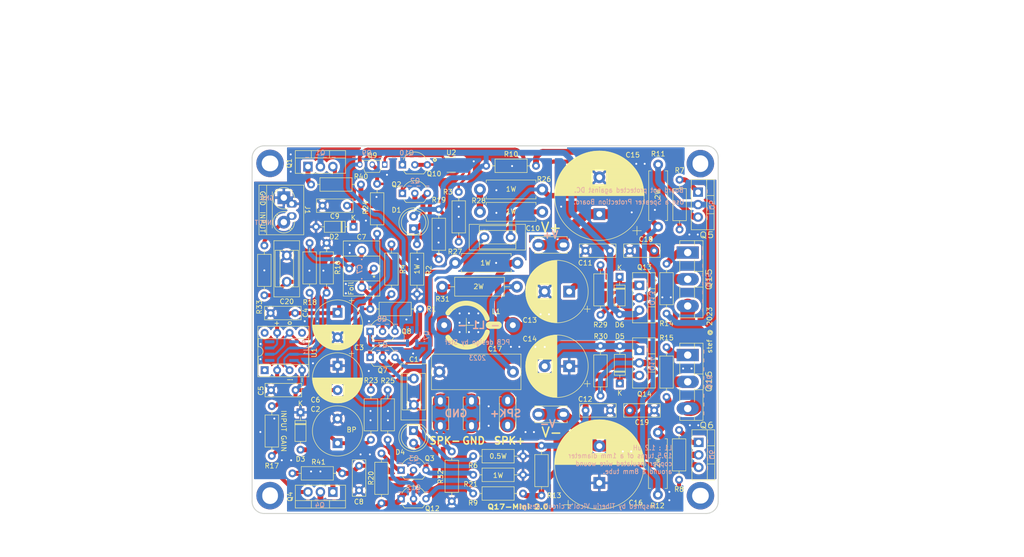
<source format=kicad_pcb>
(kicad_pcb (version 20221018) (generator pcbnew)
  (title_block (title "Q17-Mini, the Quad405 reborn") (date "2023-08-21") (rev "2.0") (company "PCB design by Stef") (comment 1 "Zize 95 x 75 mm"))
  (layers (0 "F.Cu" signal) (31 "B.Cu" signal) (34 "B.Paste" user) (35 "F.Paste" user) (36 "B.SilkS" user "B.Silkscreen") (37 "F.SilkS" user "F.Silkscreen") (38 "B.Mask" user) (39 "F.Mask" user) (44 "Edge.Cuts" user))
  (net 0 "")
  (net 1 "GND")
  (net 2 "Net-(Q7-G)")
  (net 3 "Net-(C2-Pad1)")
  (net 4 "Net-(C7-Pad1)")
  (net 5 "Net-(Q1-S)")
  (net 6 "Net-(Q4-S)")
  (net 7 "Net-(D3-A)")
  (net 8 "Net-(C10-Pad1)")
  (net 9 "Net-(D2-K)")
  (net 10 "GNDPWR")
  (net 11 "Net-(Q7-S)")
  (net 12 "Net-(D1-A)")
  (net 13 "Net-(D4-K)")
  (net 14 "Net-(D6-K)")
  (net 15 "Net-(D5-A)")
  (net 16 "Net-(C17-Pad1)")
  (net 17 "Net-(J3-1-Pin_1)")
  (net 18 "Net-(J3-3-Pin_1)")
  (net 19 "Net-(U1-+)")
  (net 20 "Net-(D1-K)")
  (net 21 "Net-(D4-A)")
  (net 22 "Net-(J1-Pin_2)")
  (net 23 "Net-(J2-1-Pin_1)")
  (net 24 "Net-(Q15-S)")
  (net 25 "Net-(Q1-G)")
  (net 26 "Net-(Q2-E)")
  (net 27 "Net-(Q3-E)")
  (net 28 "Net-(Q4-G)")
  (net 29 "Net-(Q5-G)")
  (net 30 "Net-(Q5-D)")
  (net 31 "Net-(Q5-S)")
  (net 32 "Net-(Q6-G)")
  (net 33 "Net-(R24-Pad2)")
  (net 34 "Net-(R26-Pad2)")
  (net 35 "Net-(Q6-D)")
  (net 36 "Net-(Q6-S)")
  (net 37 "Net-(Q7-D)")
  (net 38 "Net-(Q8-G)")
  (net 39 "Net-(Q8-D)")
  (net 40 "Net-(Q9-S)")
  (net 41 "Net-(Q9-G)")
  (net 42 "Net-(Q10-B)")
  (net 43 "Net-(Q12-C)")
  (net 44 "Net-(Q12-B)")
  (net 45 "Net-(Q15-G)")
  (net 46 "Net-(C7-Pad2)")
  (net 47 "Net-(Q16-G)")
  (net 48 "Net-(U2-S1)")
  (net 49 "Net-(U1--)")
  (footprint "Package_TO_SOT_THT:TO-220-3_Vertical" (layer "F.Cu") (at 178.73 83.51722 -90)
    (fp_text reference "Q13")
    (fp_text value "IRF610")
  )
  (footprint "Q17_Library:Faston_Connector_63849-1_TEC" (layer "F.Cu") (at 158.181495 109.837437 180)
    (fp_text reference "J3-3")
    (fp_text value "V-")
  )
  (footprint "Resistor_THT:R_Axial_DIN0207_L6.3mm_D2.5mm_P10.16mm_Horizontal" (layer "F.Cu") (at 137.861495 68.029037 -90)
    (fp_text reference "R19")
    (fp_text value "330R")
  )
  (footprint "LED_THT:LED_D5.0mm" (layer "F.Cu") (at 132.707004 113.162378 -90)
    (fp_text reference "D4")
    (fp_text value "RED 2V")
  )
  (footprint "Capacitor_THT:CP_Radial_D18.0mm_P7.50mm" (layer "F.Cu") (at 170.576695 123.825 90)
    (fp_text reference "C16")
    (fp_text value "2200uF/63V")
  )
  (footprint "Resistor_THT:R_Axial_DIN0207_L6.3mm_D2.5mm_P10.16mm_Horizontal" (layer "F.Cu") (at 140.503095 127.566637 90)
    (fp_text reference "R32")
    (fp_text value "STRAP")
  )
  (footprint "Resistor_THT:R_Axial_DIN0411_L9.9mm_D3.6mm_P12.70mm_Horizontal" (layer "F.Cu") (at 182.514695 126.245837 90)
    (fp_text reference "R12")
    (fp_text value "47R/2W")
  )
  (footprint "Package_TO_SOT_THT:TO-220-3_Vertical" (layer "F.Cu") (at 178.733018 96.816233 -90)
    (fp_text reference "Q14")
    (fp_text value "IRF9610")
  )
  (footprint "Capacitor_THT:C_Rect_L7.2mm_W2.5mm_P5.00mm_FKS2_FKP2_MKS2_MKP2" (layer "F.Cu") (at 172.786495 109.035525 180)
    (fp_text reference "C12")
    (fp_text value "100nF")
  )
  (footprint "Resistor_THT:R_Axial_DIN0207_L6.3mm_D2.5mm_P10.16mm_Horizontal" (layer "F.Cu") (at 144.871895 118.371837)
    (fp_text reference "R6")
    (fp_text value "100R/0.5W")
  )
  (footprint "MountingHole:MountingHole_3.2mm_M3_DIN965_Pad_TopBottom" (layer "F.Cu") (at 191.18882 126.440889)
    (fp_text reference "H3")
    (fp_text value "MountingHole_3.2mm_M3_DIN965_Pad_TopBottom")
  )
  (footprint "Resistor_THT:R_Axial_DIN0207_L6.3mm_D2.5mm_P10.16mm_Horizontal" (layer "F.Cu") (at 124.018495 115.019037 90)
    (fp_text reference "R23")
    (fp_text value "8k2")
  )
  (footprint "Resistor_THT:R_Axial_DIN0207_L6.3mm_D2.5mm_P10.16mm_Horizontal" (layer "F.Cu") (at 144.871895 122.181837)
    (fp_text reference "R21")
    (fp_text value "10k/1W")
  )
  (footprint "Resistor_THT:R_Axial_DIN0207_L6.3mm_D2.5mm_P10.16mm_Horizontal" (layer "F.Cu") (at 111.826495 62.949037)
    (fp_text reference "R40")
    (fp_text value "100R")
  )
  (footprint "Resistor_THT:R_Axial_DIN0207_L6.3mm_D2.5mm_P10.16mm_Horizontal" (layer "F.Cu") (at 186.832695 123.19 90)
    (fp_text reference "R8")
    (fp_text value "120R")
  )
  (footprint "Resistor_THT:R_Axial_DIN0207_L6.3mm_D2.5mm_P10.16mm_Horizontal" (layer "F.Cu") (at 102.301495 85.555037 90)
    (fp_text reference "R33")
    (fp_text value "680R")
  )
  (footprint "Capacitor_THT:C_Rect_L7.2mm_W2.5mm_P5.00mm_FKS2_FKP2_MKS2_MKP2" (layer "F.Cu") (at 167.743935 76.460045)
    (fp_text reference "C11")
    (fp_text value "100nF")
  )
  (footprint "Capacitor_THT:CP_Radial_D10.0mm_P5.00mm" (layer "F.Cu") (at 117.221 99.906037 -90)
    (fp_text reference "C6")
    (fp_text value "47uF/25V")
  )
  (footprint "Diode_THT:D_DO-35_SOD27_P7.62mm_Horizontal" (layer "F.Cu") (at 120.462495 71.585037 180)
    (fp_text reference "D2")
    (fp_text value "1N5248B")
  )
  (footprint "LED_THT:LED_D5.0mm" (layer "F.Cu") (at 132.725807 71.973424 90)
    (fp_text reference "D1")
    (fp_text value "RED 2V")
  )
  (footprint "Capacitor_THT:C_Rect_L18.0mm_W7.0mm_P15.00mm_FKS3_FKP3" (layer "F.Cu") (at 152.981495 101.176037 180)
    (fp_text reference "C17")
    (fp_text value "100nF MKP or MKT")
  )
  (footprint "Q17_Library:C_Mica_v2_L11.4mm_W4.3mm_H9.1_P5.9mm_mix" (layer "F.Cu") (at 132.778868 102.281485 -90)
    (fp_text reference "C1")
    (fp_text value "470p Mica")
  )
  (footprint "Diode_THT:D_DO-35_SOD27_P7.62mm_Horizontal" (layer "F.Cu") (at 109.667495 109.431037 -90)
    (fp_text reference "D3")
    (fp_text value "1N5248B")
  )
  (footprint "Q17_Library:C_Mica_v2_L11.4mm_W4.3mm_H9.1_P5.9mm_mix" (layer "F.Cu") (at 106.873495 77.173037 -90)
    (fp_text reference "C20")
    (fp_text value "1nF MICA or FKP")
  )
  (footprint "Q17_Library:NDC7003P-TSOT23-6" (layer "F.Cu") (at 140.401495 58.885037)
    (fp_text reference "U2")
    (fp_text value "NDC7003P")
  )
  (footprint "Resistor_THT:R_Axial_DIN0207_L6.3mm_D2.5mm_P10.16mm_Horizontal" (layer "F.Cu") (at 133.416495 75.141037 -90)
    (fp_text reference "R2")
    (fp_text value "10k/1W")
  )
  (footprint "MountingHole:MountingHole_3.2mm_M3_DIN965_Pad_TopBottom" (layer "F.Cu") (at 103.463294 58.647028 180)
    (fp_text reference "H1")
    (fp_text value "MountingHole")
  )
  (footprint "Capacitor_THT:CP_Radial_D12.5mm_P5.00mm" (layer "F.Cu") (at 164.435 100.02722 180)
    (fp_text reference "C14")
    (fp_text value "220uF/63V")
  )
  (footprint "Diode_THT:D_DO-35_SOD27_P7.62mm_Horizontal" (layer "F.Cu") (at 174.715178 81.795433 -90)
    (fp_text reference "D6")
    (fp_text value "1N5245B")
  )
  (footprint "Capacitor_THT:CP_Radial_D10.0mm_P5.00mm" (layer "F.Cu") (at 117.221 89.111037 -90)
    (fp_text reference "C3")
    (fp_text value "47uF/25V")
  )
  (footprint "Q17_Library:Faston_Connector_63849-1_TEC" (layer "F.Cu") (at 144.526 107.096257 90)
    (fp_text reference "J3-2")
    (fp_text value "GND")
  )
  (footprint "Q17_Library:Faston_Connector_63849-1_TEC" (layer "F.Cu") (at 151.892 112.098037 -90)
    (fp_text reference "J2-1")
    (fp_text value "SPK+")
  )
  (footprint "Resistor_THT:R_Axial_DIN0207_L6.3mm_D2.5mm_P10.16mm_Horizontal" (layer "F.Cu") (at 170.810657 95.893438 -90)
    (fp_text reference "R30")
    (fp_text value "100R")
  )
  (footprint "Package_TO_SOT_THT:TO-220-3_Vertical" (layer "F.Cu") (at 116.271495 125.674 180)
    (fp_text reference "Q4")
    (fp_text value "IRF9610")
  )
  (footprint "Package_TO_SOT_THT:TO-92S_Wide" (layer "F.Cu") (at 126.837895 58.885037 180)
    (fp_text reference "Q9")
    (fp_text value "BS250P")
  )
  (footprint "Resistor_THT:R_Axial_DIN0411_L9.9mm_D3.6mm_P12.70mm_Horizontal" (layer "F.Cu") (at 141.193195 78.951037)
    (fp_text reference "R27")
    (fp_text value "560R/1W")
  )
  (footprint "Package_TO_SOT_THT:TO-92_Inline_Wide" (layer "F.Cu") (at 123.856495 98.204237)
    (fp_text reference "Q7")
    (fp_text value "LSK170B")
  )
  (footprint "Resistor_THT:R_Axial_DIN0207_L6.3mm_D2.5mm_P10.16mm_Horizontal" (layer "F.Cu") (at 111.525847 85.047037 90)
    (fp_text reference "R18")
    (fp_text value "22k")
  )
  (footprint "Q17_Library:C_Mica_v2_L11.4mm_W4.3mm_H9.1_P5.9mm_mix" (layer "F.Cu") (at 152.768923 73.708934 180)
    (fp_text reference "C10")
    (fp_text value "47pF Mica or NP0")
  )
  (footprint "Resistor_THT:R_Axial_DIN0207_L6.3mm_D2.5mm_P10.16mm_Horizontal" (layer "F.Cu") (at 170.815 89.535 90)
    (fp_text reference "R29")
    (fp_text value "100R")
  )
  (footprint "Package_TO_SOT_THT:TO-3P-3_Vertical" (layer "F.Cu") (at 188.595 76.835 -90)
    (fp_text reference "Q15")
    (fp_text value "FQA46N15")
  )
  (footprint "Package_TO_SOT_THT:TO-92_Inline_Wide" (layer "F.Cu") (at 130.171318 121.221037)
    (fp_text reference "Q3")
    (fp_text value "KSC1845")
  )
  (footprint "Package_TO_SOT_THT:TO-3P-3_Vertical" (layer "F.Cu") (at 188.595 97.75222 -90)
    (fp_text reference "Q16")
    (fp_text value "IXTH48P20P")
  )
  (footprint "Resistor_THT:R_Axial_DIN0411_L9.9mm_D3.6mm_P12.70mm_Horizontal" (layer "F.Cu") (at 146.243495 68.537037)
    (fp_text reference "R28")
    (fp_text value "22R/1W")
  )
  (footprint "Q17_Library:C_Rect_L7.2mm_W11.0mm_P5.00mm_MKP2_Custom" (layer "F.Cu") (at 119.613495 80.094037)
    (fp_text reference "C7")
    (fp_text value "1uF MKP or MKT")
  )
  (footprint "Capacitor_THT:C_Rect_L7.2mm_W2.5mm_P5.00mm_FKS2_FKP2_MKS2_MKP2" (layer "F.Cu") (at 121.605495 125.342237 90)
    (fp_text reference "C8")
    (fp_text value "100nF")
  )
  (footprint "Resistor_THT:R_Axial_DIN0207_L6.3mm_D2.5mm_P10.16mm_Horizontal" (layer "F.Cu") (at 115.001495 74.887037 -90)
    (fp_text reference "R16")
    (fp_text value "22k")
  )
  (footprint "Capacitor_THT:C_Rect_L7.2mm_W2.5mm_P5.00mm_FKS2_FKP2_MKS2_MKP2" (layer "F.Cu") (at 103.672 104.902)
    (fp_text reference "C5")
    (fp_text value "100nF")
  )
  (footprint "Resistor_THT:R_Axial_DIN0207_L6.3mm_D2.5mm_P10.16mm_Horizontal" (layer "F.Cu") (at 125.288495 62.822037 -90)
    (fp_text reference "R24")
    (fp_text value "10k")
  )
  (footprint "Capacitor_THT:CP_Radial_D12.5mm_P5.00mm" (layer "F.Cu") (at 164.435 84.78722 180)
    (fp_text reference "C13")
    (fp_text value "220uF/63V")
  )
  (footprint "Package_TO_SOT_THT:TO-92_Inline_Wide" (layer "F.Cu") (at 130.442168 64.756205)
    (fp_text reference "Q2")
    (fp_text value "KSA992")
  )
  (footprint "Capacitor_THT:C_Rect_L7.2mm_W2.5mm_P5.00mm_FKS2_FKP2_MKS2_MKP2" (layer "F.Cu") (at 103.571495 89.18142)
    (fp_text reference "C4")
    (fp_text value "100nF")
  )
  (footprint "MountingHole:MountingHole_3.2mm_M3_DIN965_Pad_TopBottom" (layer "F.Cu") (at 191.175082 58.697768 180)
    (fp_text reference "H2")
    (fp_text value "MountingHole")
  )
  (footprint "Resistor_THT:R_Axial_DIN0207_L6.3mm_D2.5mm_P10.16mm_Horizontal" (layer "F.Cu") (at 128.209495 85.301037 90)
    (fp_text reference "R4")
    (fp_text value "1k")
  )
  (footprint "Resistor_THT:R_Axial_DIN0207_L6.3mm_D2.5mm_P10.16mm_Horizontal" (layer "F.Cu") (at 144.871895 125.991837)
    (fp_text reference "R9")
    (fp_text value "100R")
  )
  (footprint "Resistor_THT:R_Axial_DIN0411_L9.9mm_D3.6mm_P15.24mm_Horizontal" (layer "F.Cu") (at 138.542982 83.805095)
    (fp_text reference "R31")
    (fp_text value "10R/2W")
  )
  (footprint "Capacitor_THT:C_Rect_L7.2mm_W2.5mm_P5.00mm_FKS2_FKP2_MKS2_MKP2" (layer "F.Cu") (at 114.152495 67.267037)
    (fp_text reference "C9")
    (fp_text value "100nF")
  )
  (footprint "Resistor_THT:R_Axial_DIN0207_L6.3mm_D2.5mm_P10.16mm_Horizontal" (layer "F.Cu") (at 123.891495 88.349037)
    (fp_text reference "R1")
    (fp_text value "2k7")
  )
  (footprint "Package_TO_SOT_THT:TO-220-3_Vertical" (layer "F.Cu") (at 190.825 115.57 -90)
    (fp_text reference "Q6")
    (fp_text value "2SK3564")
  )
  (footprint "Q17_Library:L_Axial_L22mm_D10mm_P21mm_vertical_Q17_Mini" (layer "F.Cu") (at 138.953095 91.651837)
    (fp_text reference "L1")
    (fp_text value "1.2uH")
  )
  (footprint "Q17_Library:Faston_Connector_63849-1_TEC" (layer "F.Cu") (at 138.176 107.096257 90)
    (fp_text reference "J2-2")
    (fp_text value "SPK-")
  )
  (footprint "Resistor_THT:R_Axial_DIN0411_L9.9mm_D3.6mm_P12.70mm_Horizontal" (layer "F.Cu") (at 158.943495 63.965037 180)
    (fp_text reference "R26")
    (fp_text value "22R/1W")
  )
  (footprint "Resistor_THT:R_Axial_DIN0207_L6.3mm_D2.5mm_P10.16mm_Horizontal" (layer "F.Cu") (at 126.177495 127.973037 90)
    (fp_text reference "R20")
    (fp_text value "330R")
  )
  (footprint "Resistor_THT:R_Axial_DIN0207_L6.3mm_D2.5mm_P10.16mm_Horizontal" (layer "F.Cu") (at 184.277 89.281 90)
    (fp_text reference "R14")
    (fp_text value "330R")
  )
  (footprint "Resistor_THT:R_Axial_DIN0207_L6.3mm_D2.5mm_P10.16mm_Horizontal" (layer "F.Cu") (at 184.277 106.299 90)
    (fp_text reference "R15")
    (fp_text value "330R")
  )
  (footprint "Resistor_THT:R_Axial_DIN0207_L6.3mm_D2.5mm_P10.16mm_Horizontal" (layer "F.Cu") (at 108.016495 121.877037)
    (fp_text reference "R41")
    (fp_text value "100R")
  )
  (footprint "Package_TO_SOT_THT:TO-220-3_Vertical" (layer "F.Cu") (at 190.698 64.516 -90)
    (fp_text reference "Q5")
    (fp_text value "FQPF7P20")
  )
  (footprint "Resistor_THT:R_Axial_DIN0207_L6.3mm_D2.5mm_P10.16mm_Horizontal" (layer "F.Cu") (at 186.934295 72.136 90)
    (fp_text reference "R7")
    (fp_text value "100R")
  )
  (footprint "Package_TO_SOT_THT:TO-92_Inline_Wide" (layer "F.Cu") (at 130.442168 58.935837)
    (fp_text reference "Q10")
    (fp_text value "KSA992")
  )
  (footprint "Resistor_THT:R_Axial_DIN0207_L6.3mm_D2.5mm_P10.16mm_Horizontal" (layer "F.Cu") (at 158.791095 126.398237 90)
    (fp_text reference "R13")
    (fp_text value "9R1")
  )
  (footprint "Package_TO_SOT_THT:TO-92_Inline_Wide" (layer "F.Cu") (at 130.171318 127.074542)
    (fp_text reference "Q12")
    (fp_text value "KSC1845")
  )
  (footprint "Resistor_THT:R_Axial_DIN0207_L6.3mm_D2.5mm_P10.16mm_Horizontal" (layer "F.Cu") (at 127.447495 104.859037 -90)
    (fp_text reference "R25")
    (fp_text value "7k5")
  )
  (footprint "Capacitor_THT:CP_Radial_D18.0mm_P7.50mm" (layer "F.Cu") (at 170.576695 68.985037 90)
    (fp_text reference "C15")
    (fp_text value "2200uF/63V")
  )
  (footprint "Resistor_THT:R_Axial_DIN0207_L6.3mm_D2.5mm_P10.16mm_Horizontal" (layer "F.Cu") (at 147.513495 59.139037)
    (fp_text reference "R10")
    (fp_text value "9R1")
  )
  (footprint "MountingHole:MountingHole_3.2mm_M3_DIN965_Pad_TopBottom" (layer "F.Cu") (at 103.475185 126.428054 180)
    (fp_text reference "H4")
    (fp_text value "MountingHole")
  )
  (footprint "Package_TO_SOT_THT:TO-92_Inline_Wide" (layer "F.Cu") (at 123.856495 92.921037)
    (fp_text reference "Q8")
    (fp_text value "DN2540")
  )
  (footprint "Package_TO_SOT_THT:TO-220-3_Vertical" (layer "F.Cu") (at 111.191495 59.305919)
    (fp_text reference "Q1")
    (fp_text value "IRF610")
  )
  (footprint "Resistor_THT:R_Axial_DIN0207_L6.3mm_D2.5mm_P10.16mm_Horizontal" (layer "F.Cu") (at 141.925495 74.633037 90)
    (fp_text reference "R3")
    (fp_text value "150R")
  )
  (footprint "Resistor_THT:R_Axial_DIN0411_L9.9mm_D3.6mm_P12.70mm_Horizontal" (layer "F.Cu") (at 182.565495 58.885037 -90)
    (fp_text reference "R11")
    (fp_text value "47R/2W")
  )
  (footprint "Capacitor_THT:C_Rect_L7.2mm_W2.5mm_P5.00mm_FKS2_FKP2_MKS2_MKP2" (layer "F.Cu") (at 176.774295 109.035525)
    (fp_text reference "C19")
    (fp_text value "100nF")
  )
  (footprint "Q17_Library:Input_connector_mix_inverted" (layer "F.Cu") (at 105.6488 68.205037 -90)
    (fp_text reference "J1")
    (fp_text value "INPUT")
  )
  (footprint "Capacitor_THT:CP_Radial_D10.0mm_P5.00mm" (layer "F.Cu") (at 117.221 115.729897 90)
    (fp_text reference "C2")
    (fp_text value "100uF/10V BP")
  )
  (footprint "Package_DIP:DIP-8_W7.62mm_Socket" (layer "F.Cu") (at 102.372 100.838 90)
    (fp_text reference "U1'")
    (fp_text value "OPA1641")
  )
  (footprint "Diode_THT:D_DO-35_SOD27_P7.62mm_Horizontal" (layer "F.Cu") (at 174.75491 103.540998 90)
    (fp_text reference "D5")
    (fp_text value "1N5245B")
  )
  (footprint "Q17_Library:Faston_Connector_63849-1_TEC" (layer "F.Cu") (at 158.181495 75.293437 180)
    (fp_text reference "J3-1")
    (fp_text value "V+")
  )
  (footprint "Resistor_THT:R_Axial_DIN0207_L6.3mm_D2.5mm_P10.16mm_Horizontal" (layer "F.Cu") (at 103.825495 118.321037 90)
    (fp_text reference "R17")
    (fp_text value "7k32")
  )
  (footprint "Capacitor_THT:C_Rect_L7.2mm_W2.5mm_P5.00mm_FKS2_FKP2_MKS2_MKP2" (layer "F.Cu") (at 176.764959 76.454)
    (fp_text reference "C18")
    (fp_text value "100nF")
  )
  (footprint "Package_TO_SOT_SMD:SOT-23-5_HandSoldering" (layer "B.Cu") (at 132.425895 93.987837 -90)
    (fp_text reference "Q7'")
    (fp_text value "DN2540N8-G")
  )
  (footprint "Package_SO:SOIC-8_3.9x4.9mm_P1.27mm" (layer "B.Cu") (at 105.857495 96.943097 180)
    (fp_text reference "U1")
    (fp_text value "OPA1611")
  )
  (gr_line (start 194.806412 57.518381) (end 194.806634 127.615543) (stroke (width 0.2)) (layer "Edge.Cuts"))
  (gr_arc (start 99.811698 57.512454) (mid 100.529286 55.780043) (end 102.261697 55.062455) (stroke (width 0.2)) (layer "Edge.Cuts"))
  (gr_arc (start 194.806634 127.615543) (mid 194.089046 129.347954) (end 192.356635 130.065542) (stroke (width 0.2)) (layer "Edge.Cuts"))
  (gr_arc (start 192.366412 55.068383) (mid 194.092356 55.789502) (end 194.806412 57.518381) (stroke (width 0.2)) (layer "Edge.Cuts"))
  (gr_line (start 102.261697 55.062455) (end 192.366412 55.068383) (stroke (width 0.2)) (layer "Edge.Cuts"))
  (gr_arc (start 102.258328 130.064239) (mid 100.495701 129.315898) (end 99.80985 127.528029) (stroke (width 0.2)) (layer "Edge.Cuts"))
  (gr_line (start 102.258328 130.064239) (end 192.356635 130.065542) (stroke (width 0.2)) (layer "Edge.Cuts"))
  (gr_line (start 99.811698 57.512454) (end 99.80985 127.528029) (stroke (width 0.2)) (layer "Edge.Cuts"))
  (gr_text "Q12" (at 132.711318 124.774542) (layer "B.SilkS") (effects (font (size 1 1)) (justify mirror)))
  (gr_text "Q15" (at 192.725495 82.380037 -90) (layer "B.SilkS") (effects (font (size 1 1)) (justify mirror)))
  (gr_text "GND" (at 141.35886 109.641118) (layer "B.SilkS") (effects (font (size 1.5 1.5) (thickness 0.3)) (justify mirror)))
  (gr_text "- L1 -" (at 145.986337 91.645964) (layer "B.SilkS") (effects (font (size 1.5 1.5) (thickness 0.3)) (justify mirror)))
  (gr_text "Q1" (at 113.731495 56.472037) (layer "B.SilkS") (effects (font (size 1 1)) (justify mirror)))
  (gr_text ". C7 ." (at 121.749495 80.205037 -270) (layer "B.SilkS") (effects (font (size 1 1) (thickness 0.2)) (justify mirror)))
  (gr_text "V-" (at 160.061095 111.767837) (layer "B.SilkS") (effects (font (size 1.5 1.5) (thickness 0.3)) (justify mirror)))
  (gr_text "V+" (at 160.619895 73.210637) (layer "B.SilkS") (effects (font (size 1.5 1.5) (thickness 0.3)) (justify mirror)))
  (gr_text "°" (at 111.125 94.996 -270) (layer "B.SilkS") (effects (font (size 2 2) (thickness 0.25))))
  (gr_text "- - - -" (at 126.431495 91.397037) (layer "B.SilkS") (effects (font (size 0.9 0.9)) (justify mirror)))
  (gr_text "Q4" (at 113.604495 128.354037) (layer "B.SilkS") (effects (font (size 1 1)) (justify mirror)))
  (gr_text "Q2" (at 133.035495 62.214156) (layer "B.SilkS") (effects (font (size 1 1)) (justify mirror)))
  (gr_text "Q3" (at 132.781495 118.829037) (layer "B.SilkS") (effects (font (size 1 1)) (justify mirror)))
  (gr_text "Q5" (at 193.487495 67.140037 -90) (layer "B.SilkS") (effects (font (size 1 1)) (justify mirror)))
  (gr_text "Board not protected against DC." (at 176.596495 64.092037) (layer "B.SilkS") (effects (font (size 1 0.9)) (justify mirror)))
  (gr_text "Q9" (at 123.180295 56.497437) (layer "B.SilkS") (effects (font (size 1 1)) (justify mirror)))
  (gr_text "Use a Speaker Protection Board." (at 176.596495 66.505037) (layer "B.SilkS") (effects (font (size 1 0.9)) (justify mirror)))
  (gr_text "- - - -" (at 192.625691 67.067429 -90) (layer "B.SilkS") (effects (font (size 0.9 0.9)) (justify mirror)))
  (gr_text "Q10" (at 131.308295 56.497437) (layer "B.SilkS") (effects (font (size 1 1)) (justify mirror)))
  (gr_text "Q13" (at 181.279667 86.152187 -90) (layer "B.SilkS") (effects (font (size 1 1)) (justify mirror)))
  (gr_text "L1 : 1.2 uH\n19.5 turns of a 1mm diameter \ncopper insulated wire wound \naround a 8mm tube." (at 185.511895 119.083037) (layer "B.SilkS") (effects (font (size 1 0.9) (thickness 0.15) bold) (justify left mirror)))
  (gr_text "- - - -" (at 132.711318 125.598542) (layer "B.SilkS") (effects (font (size 0.9 0.9)) (justify mirror)))
  (gr_text "Q7" (at 126.431495 95.715037) (layer "B.SilkS") (effects (font (size 1 1)) (justify mirror)))
  (gr_text "- - - -" (at 132.832647 63.203037) (layer "B.SilkS") (effects (font (size 0.9 0.9)) (justify mirror)))
  (gr_text "Inspired by Tiberiu Vicol's circuit design." (at 167.884295 128.582637) (layer "B.SilkS") (effects (font (size 1 0.9) (thickness 0.15) bold) (justify mirror)))
  (gr_text "GND" (at 102.880066 65.723416) (layer "B.SilkS") (effects (font (size 0.9 0.9)) (justify mirror)))
  (gr_text "INPUT" (at 102.301495 70.728429) (layer "B.SilkS") (effects (font (size 0.9 0.9)) (justify mirror)))
  (gr_text "Q8" (at 126.304495 90.381037) (layer "B.SilkS") (effects (font (size 1 1)) (justify mirror)))
  (gr_text "PCB design by Stef\n\n2023\n" (at 145.735495 96.731037) (layer "B.SilkS") (effects (font (size 1 0.9) (thickness 0.15) bold) (justify mirror)))
  (gr_text "- - - -" (at 126.431495 96.731037) (layer "B.SilkS") (effects (font (size 0.9 0.9)) (justify mirror)))
  (gr_text "- - - - - - - -" (at 191.963495 103.335037 -90) (layer "B.SilkS") (effects (font (size 0.9 0.9)) (justify mirror)))
  (gr_text "Q14" (at 181.269408 99.488744 -90) (layer "B.SilkS") (effects (font (size 1 1)) (justify mirror)))
  (gr_text "- - - -" (at 131.435295 57.386437) (layer "B.SilkS") (effects (font (size 0.9 0.9)) (justify mirror)))
  (gr_text "Q16" (at 192.979495 103.208037 -90) (layer "B.SilkS") (effects (font (size 1 1)) (justify mirror)))
  (gr_text "Q6" (at 193.487495 118.067037 -90) (layer "B.SilkS") (effects (font (size 1 1)) (justify mirror)))
  (gr_text "- - - -" (at 123.307295 57.386437) (layer "B.SilkS") (effects (font (size 0.9 0.9)) (justify mirror)))
  (gr_text "- - - -" (at 113.731495 57.361037) (layer "B.SilkS") (effects (font (size 0.9 0.9)) (justify mirror)))
  (gr_text "- - - -" (at 180.407604 99.416136 -90) (layer "B.SilkS") (effects (font (size 0.9 0.9)) (justify mirror)))
  (gr_text "- - - -" (at 113.858495 127.211037) (layer "B.SilkS") (effects (font (size 0.9 0.9)) (justify mirror)))
  (gr_text "- - - -" (at 180.417863 86.079579 -90) (layer "B.SilkS") (effects (font (size 0.9 0.9)) (justify mirror)))
  (gr_text "- - - - - - - -" (at 191.709495 82.253037 -90) (layer "B.SilkS") (effects (font (size 0.9 0.9)) (justify mirror)))
  (gr_text "- - - -" (at 192.725495 118.067037 -90) (layer "B.SilkS") (effects (font (size 0.9 0.9)) (justify mirror)))
  (gr_text "- - - -" (at 132.781495 119.718037) (layer "B.SilkS") (effects (font (size 0.9 0.9)) (justify mirror)))
  (gr_text "SPK+" (at 151.461889 109.638794) (layer "B.SilkS") (effects (font (size 1.5 1.5) (thickness 0.3)) (justify mirror)))
  (gr_text "Foil" (at 119.973243 84.158037 -270) (layer "F.SilkS") (effects (font (size 1 1))))
  (gr_text "i" (at 107.456847 102.771617 -90) (layer "F.SilkS") (effects (font (size 1 1))))
  (gr_text "2W" (at 182.463895 119.692637 -270) (layer "F.SilkS") (effects (font (size 1 1))))
  (gr_text "o" (at 107.604069 91.214695 -90) (layer "F.SilkS") (effects (font (size 1 1))))
  (gr_text "2W" (at 145.989495 83.777037) (layer "F.SilkS") (effects (font (size 1 1))))
  (gr_text "1W" (at 149.951895 122.283437) (layer "F.SilkS") (effects (font (size 1 1))))
  (gr_text "1W" (at 152.593495 63.883037) (layer "F.SilkS") (effects (font (size 1 1))))
  (gr_text "1W" (at 152.593495 68.455037) (layer "F.SilkS") (effects (font (size 1 1))))
  (gr_text "2W" (at 182.463895 64.930237 -270) (layer "F.SilkS") (effects (font (size 1 1))))
  (gr_text "1W" (at 133.416495 80.221037 -270) (layer "F.SilkS") (effects (font (size 1 1))))
  (gr_text "stef @ 2023" (at 193.049495 92.655037 -270) (layer "F.SilkS") (effects (font (size 1 1))))
  (gr_text "+" (at 104.92495 91.271072 -90) (layer "F.SilkS") (effects (font (size 1 1))))
  (gr_text "BP" (at 120.081495 112.987037) (layer "F.SilkS") (effects (font (size 1 1))))
  (gr_text "0.5W" (at 149.951895 118.371837) (layer "F.SilkS") (effects (font (size 1 1))))
  (gr_text "-" (at 110.067692 102.848885 -90) (layer "F.SilkS") (effects (font (size 1 1))))
  (gr_text "INPUT GAIN" (at 106.238495 113.241037 -90) (layer "F.SilkS") (effects (font (size 1 1))))
  (gr_text "1W" (at 147.386495 78.951037) (layer "F.SilkS") (effects (font (size 1 1))))
  (gr_text "Q17-Mini 2.0" (at 153.999495 128.705037) (layer "F.SilkS") (effects (font (size 1 1.2) (thickness 0.25))))
  (via (at 118.90533 83.245836) (size 0.8) (drill 0.4) (layers "F.Cu" "B.Cu") (net 1))
  (via (at 123.815295 118.016237) (size 0.8) (drill 0.4) (layers "F.Cu" "B.Cu") (net 1))
  (via (at 141.925495 69.553037) (size 0.8) (drill 0.4) (layers "F.Cu" "B.Cu") (net 1))
  (via (at 104.333495 110.701037) (size 0.8) (drill 0.4) (layers "F.Cu" "B.Cu") (net 1))
  (via (at 152.796695 59.189837) (size 0.8) (drill 0.4) (layers "F.Cu" "B.Cu") (net 1))
  (via (at 121.910295 118.016237) (size 0.8) (drill 0.4) (layers "F.Cu" "B.Cu") (net 1))
  (via (at 101.510482 98.593096) (size 0.8) (drill 0.4) (layers "F.Cu" "B.Cu") (net 1))
  (via (at 141.925495 67.470237) (size 0.8) (drill 0.4) (layers "F.Cu" "B.Cu") (net 1))
  (via (at 105.857495 119.210037) (size 0.8) (drill 0.4) (layers "F.Cu" "B.Cu") (net 1))
  (via (at 123.942295 111.056637) (size 0.8) (drill 0.4) (layers "F.Cu" "B.Cu") (net 1))
  (via (at 127.498295 109.151637) (size 0.8) (drill 0.4) (layers "F.Cu" "B.Cu") (net 1))
  (via (at 101.547321 95.482384) (size 0.8) (drill 0.4) (layers "F.Cu" "B.Cu") (net 1))
  (via (at 149.545495 78.951037) (size 0.8) (drill 0.4) (layers "F.Cu" "B.Cu") (net 1))
  (via (at 102.301495 80.475037) (size 0.8) (drill 0.4) (layers "F.Cu" "B.Cu") (net 1))
  (via (at 137.810695 74.785437) (size 0.8) (drill 0.4) (layers "F.Cu" "B.Cu") (net 1))
  (via (at 144.973495 58.224637) (size 0.8) (drill 0.4) (layers "F.Cu" "B.Cu") (net 1))
  (via (at 149.596295 64.117437) (size 0.8) (drill 0.4) (layers "F.Cu" "B.Cu") (net 1))
  (via (at 123.637495 90.838237) (size 0.8) (drill 0.4) (layers "F.Cu" "B.Cu") (net 1))
  (via (at 123.002495 70.315037) (size 0.8) (drill 0.4) (layers "F.Cu" "B.Cu") (net 1))
  (via (at 119.700495 75.268037) (size 0.8) (drill 0.4) (layers "F.Cu" "B.Cu") (net 1))
  (via (at 101.488695 113.444237) (size 0.8) (drill 0.4) (layers "F.Cu" "B.Cu") (net 1))
  (via (at 125.161495 65.489037) (size 0.8) (drill 0.4) (layers "F.Cu" "B.Cu") (net 1))
  (via (at 119.700495 76.919037) (size 0.8) (drill 0.4) (layers "F.Cu" "B.Cu") (net 1))
  (via (at 112.207495 99.423437) (size 0.8) (drill 0.4) (layers "F.Cu" "B.Cu") (net 1))
  (via (at 133.543495 78.189037) (size 0.8) (drill 0.4) (layers "F.Cu" "B.Cu") (net 1))
  (via (at 131.257495 90.482637) (size 0.8) (drill 0.4) (layers "F.Cu" "B.Cu") (net 1))
  (via (at 114.341095 80.525837) (size 0.8) (drill 0.4) (layers "F.Cu" "B.Cu") (net 1))
  (via (at 111.496295 80.525837) (size 0.8) (drill 0.4) (layers "F.Cu" "B.Cu") (net 1))
  (via (at 132.629095 97.442237) (size 0.8) (drill 0.4) (layers "F.Cu" "B.Cu") (net 1))
  (via (at 111.826495 121.496037) (size 0.8) (drill 0.4) (layers "F.Cu" "B.Cu") (net 1))
  (via (at 110.531095 90.838237) (size 0.8) (drill 0.4) (layers "F.Cu" "B.Cu") (net 1))
  (via (at 107.672801 56.814414) (size 0.8) (drill 0.4) (layers "F.Cu" "B.Cu") (net 1))
  (via (at 107.672801 60.327757) (size 0.8) (drill 0.4) (layers "F.Cu" "B.Cu") (net 1))
  (via (at 137.810695 71.839037) (size 0.8) (drill 0.4) (layers "F.Cu" "B.Cu") (net 1))
  (via (at 113.09595 90.838236) (size 0.8) (drill 0.4) (layers "F.Cu" "B.Cu") (net 1))
  (via (at 107.762495 119.210037) (size 0.8) (drill 0.4) (layers "F.Cu" "B.Cu") (net 1))
  (via (at 113.731495 121.496037) (size 0.8) (drill 0.4) (layers "F.Cu" "B.Cu") (net 1))
  (via (at 123.586695 100.998237) (size 0.8) (drill 0.4) (layers "F.Cu" "B.Cu") (net 1))
  (via (at 127.295095 60.967837) (size 0.8) (drill 0.4) (layers "F.Cu" "B.Cu") (net 1))
  (via (at 149.596295 68.740237) (size 0.8) (drill 0.4) (layers "F.Cu" "B.Cu") (net 1))
  (via (at 127.498295 111.056637) (size 0.8) (drill 0.4) (layers "F.Cu" "B.Cu") (net 1))
  (via (at 118.90533 85.150836) (size 0.8) (drill 0.4) (layers "F.Cu" "B.Cu") (net 1))
  (via (at 123.942295 109.151637) (size 0.8) (drill 0.4) (layers "F.Cu" "B.Cu") (net 1))
  (segment (start 126.431495 98.107037) (end 126.431495 96.684144) (width 0.8) (layer "F.Cu") (net 2))
  (segment (start 127.654602 95.461037) (end 131.812388 95.461037) (width 0.8) (layer "F.Cu") (net 2))
  (segment (start 132.165942 95.31459) (end 133.905049 93.575483) (width 0.8) (layer "F.Cu") (net 2))
  (segment (start 134.051495 93.22193) (end 134.051495 88.349037) (width 0.8) (layer "F.Cu") (net 2))
  (segment (start 126.577942 96.33059) (end 127.301049 95.607483) (width 0.8) (layer "F.Cu") (net 2))
  (arc (start 126.577942 96.33059) (mid 126.469555 96.492802) (end 126.431495 96.684144) (width 0.8) (layer "F.Cu") (net 2))
  (arc (start 131.812388 95.461037) (mid 132.00373 95.422977) (end 132.165942 95.31459) (width 0.8) (layer "F.Cu") (net 2))
  (arc (start 127.301049 95.607483) (mid 127.463261 95.499097) (end 127.654602 95.461037) (width 0.8) (layer "F.Cu") (net 2))
  (arc (start 134.051495 93.22193) (mid 134.013435 93.413271) (end 133.905049 93.575483) (width 0.8) (layer "F.Cu") (net 2))
  (segment (start 126.396495 98.62253) (end 126.396495 98.204237) (width 0.8) (layer "B.Cu") (net 2))
  (segment (start 129.955896 102.389038) (end 126.542941 98.976083) (width 0.8) (layer "B.Cu") (net 2))
  (segment (start 132.781495 102.535485) (end 130.30945 102.535485) (width 0.8) (layer "B.Cu") (net 2))
  (segment (start 133.375895 92.637837) (end 133.375895 89.231744) (width 0.5) (layer "B.Cu") (net 2))
  (segment (start 133.522342 88.87819) (end 134.051495 88.349037) (width 0.5) (layer "B.Cu") (net 2))
  (arc (start 133.522342 88.87819) (mid 133.413955 89.040402) (end 133.375895 89.231744) (width 0.5) (layer "B.Cu") (net 2))
  (arc (start 130.30945 102.535485) (mid 130.118108 102.497425) (end 129.955896 102.389038) (width 0.8) (layer "B.Cu") (net 2))
  (arc (start 126.542941 98.976083) (mid 126.434555 98.813871) (end 126.396495 98.62253) (width 0.8) (layer "B.Cu") (net 2))
  (segment (start 117.221 115.729897) (end 122.893421 115.729897) (width 0.8) (layer "F.Cu") (net 3))
  (segment (start 117.221 115.729897) (end 116.295033 114.80393) (width 0.8) (layer "F.Cu") (net 3))
  (segment (start 108.145743 114.513285) (end 108.143495 114.511037) (width 0.8) (layer "F.Cu") (net 3))
  (segment (start 108.143495 114.511037) (end 108.049709 114.511037) (width 0.8) (layer "F.Cu") (net 3))
  (segment (start 123.600528 115.437004) (end 124.018495 115.019037) (width 0.8) (layer "F.Cu") (net 3))
  (segment (start 115.587926 114.511037) (end 108.303709 114.511037) (width 0.8) (layer "F.Cu") (net 3))
  (segment (start 107.342602 114.80393) (end 103.825495 118.321037) (width 0.8) (layer "F.Cu") (net 3))
  (arc (start 108.049709 114.511037) (mid 107.667026 114.587157) (end 107.342602 114.80393) (width 0.8) (layer "F.Cu") (net 3))
  (arc (start 108.303709 114.511037) (mid 108.254641 114.512241) (end 108.205439 114.513285) (width 0.8) (layer "F.Cu") (net 3))
  (arc (start 116.295033 114.80393) (mid 115.970609 114.587157) (end 115.587926 114.511037) (width 0.8) (layer "F.Cu") (net 3))
  (arc (start 123.600528 115.437004) (mid 123.276105 115.653777) (end 122.893421 115.729897) (width 0.8) (layer "F.Cu") (net 3))
  (segment (start 121.860602 77.84693) (end 119.613495 80.094037) (width 0.8) (layer "F.Cu") (net 4))
  (segment (start 122.153495 76.404037) (end 122.153495 77.139823) (width 0.8) (layer "F.Cu") (net 4))
  (arc (start 122.153495 77.139823) (mid 122.077375 77.522506) (end 121.860602 77.84693) (width 0.8) (layer "F.Cu") (net 4))
  (segment (start 118.001388 78.48193) (end 119.613495 80.094037) (width 0.8) (layer "B.Cu") (net 4))
  (segment (start 111.525847 75.212546) (end 111.525847 76.585175) (width 0.8) (layer "B.Cu") (net 4))
  (segment (start 113.129709 78.189037) (end 117.294281 78.189037) (width 0.8) (layer "B.Cu") (net 4))
  (segment (start 111.81874 77.292282) (end 112.422602 77.896144) (width 0.8) (layer "B.Cu") (net 4))
  (arc (start 111.525847 76.585175) (mid 111.601967 76.967858) (end 111.81874 77.292282) (width 0.8) (layer "B.Cu") (net 4))
  (arc (start 118.001388 78.48193) (mid 117.676965 78.265157) (end 117.294281 78.189037) (width 0.8) (layer "B.Cu") (net 4))
  (arc (start 112.422602 77.896144) (mid 112.747026 78.112917) (end 113.129709 78.189037) (width 0.8) (layer "B.Cu") (net 4))
  (segment (start 116.163941 78.804591) (end 117.395048 77.573484) (width 0.8) (layer "F.Cu") (net 5))
  (segment (start 117.541495 77.21993) (end 117.541495 71.444358) (width 0.8) (layer "F.Cu") (net 5))
  (segment (start 117.395049 82.427113) (end 116.163942 81.196006) (width 0.8) (layer "F.Cu") (net 5))
  (segment (start 116.017495 80.842452) (end 116.017495 79.158144) (width 0.8) (layer "F.Cu") (net 5))
  (segment (start 117.541495 88.790542) (end 117.541495 82.780666) (width 0.8) (layer "F.Cu") (net 5))
  (segment (start 108.571495 89.18142) (end 107.772219 89.18142) (width 0.8) (layer "F.Cu") (net 5))
  (segment (start 104.912 92.041639) (end 104.912 93.218) (width 0.8) (layer "F.Cu") (net 5))
  (segment (start 117.248602 70.737251) (end 116.970788 70.459437) (width 0.8) (layer "F.Cu") (net 5))
  (segment (start 116.677895 69.75233) (end 116.677895 60.126533) (width 0.8) (layer "F.Cu") (net 5))
  (segment (start 107.418665 89.327867) (end 105.058446 91.688086) (width 0.8) (layer "F.Cu") (net 5))
  (segment (start 108.571495 89.18142) (end 117.150617 89.18142) (width 0.8) (layer "F.Cu") (net 5))
  (arc (start 105.058446 91.688086) (mid 104.95006 91.850298) (end 104.912 92.041639) (width 0.8) (layer "F.Cu") (net 5))
  (arc (start 116.385002 59.419426) (mid 116.601775 59.743849) (end 116.677895 60.126533) (width 0.8) (layer "F.Cu") (net 5))
  (arc (start 117.248602 70.737251) (mid 117.465375 71.061674) (end 117.541495 71.444358) (width 0.8) (layer "F.Cu") (net 5))
  (arc (start 107.772219 89.18142) (mid 107.580877 89.21948) (end 107.418665 89.327867) (width 0.8) (layer "F.Cu") (net 5))
  (arc (start 116.970788 70.459437) (mid 116.754015 70.135014) (end 116.677895 69.75233) (width 0.8) (layer "F.Cu") (net 5))
  (arc (start 116.017495 79.158144) (mid 116.055555 78.966803) (end 116.163941 78.804591) (width 0.8) (layer "F.Cu") (net 5))
  (arc (start 117.541495 82.780666) (mid 117.503435 82.589325) (end 117.395049 82.427113) (width 0.8) (layer "F.Cu") (net 5))
  (arc (start 116.163942 81.196006) (mid 116.055555 81.033794) (end 116.017495 80.842452) (width 0.8) (layer "F.Cu") (net 5))
  (arc (start 117.395048 77.573484) (mid 117.503435 77.411272) (end 117.541495 77.21993) (width 0.8) (layer "F.Cu") (net 5))
  (segment (start 104.765553 95.689379) (end 104.293281 96.161651) (width 0.4) (layer "B.Cu") (net 5))
  (segment (start 104.912 93.218) (end 104.912 95.335825) (width 0.4) (layer "B.Cu") (net 5))
  (arc (start 104.765553 95.689379) (mid 104.87394 95.527167) (end 104.912 95.335825) (width 0.4) (layer "B.Cu") (net 5))
  (arc (start 103.939728 96.308097) (mid 104.131069 96.270037) (end 104.293281 96.161651) (width 0.4) (layer "B.Cu") (net 5))
  (segment (start 101.324388 116.250144) (end 106.326602 111.24793) (width 0.8) (layer "F.Cu") (net 6))
  (segment (start 111.178458 125.687037) (end 109.065709 125.687037) (width 0.8) (layer "F.Cu") (net 6))
  (segment (start 102.008602 121.330144) (end 101.324388 120.64593) (width 0.8) (layer "F.Cu") (net 6))
  (segment (start 106.619495 110.540823) (end 106.619495 108.702251) (width 0.8) (layer "F.Cu") (net 6))
  (segment (start 101.031495 119.938823) (end 101.031495 116.957251) (width 0.8) (layer "F.Cu") (net 6))
  (segment (start 104.173281 121.623037) (end 102.715709 121.623037) (width 0.8) (layer "F.Cu") (net 6))
  (segment (start 108.358602 125.394144) (end 104.880388 121.91593) (width 0.8) (layer "F.Cu") (net 6))
  (segment (start 108.672 105.821318) (end 108.672 104.902) (width 0.8) (layer "F.Cu") (net 6))
  (segment (start 117.221 104.906037) (end 108.676037 104.906037) (width 0.8) (layer "F.Cu") (net 6))
  (segment (start 106.912388 107.995144) (end 108.379107 106.528425) (width 0.8) (layer "F.Cu") (net 6))
  (arc (start 106.912388 107.995144) (mid 106.695615 108.319567) (end 106.619495 108.702251) (width 0.8) (layer "F.Cu") (net 6))
  (arc (start 101.324388 120.64593) (mid 101.107615 120.321507) (end 101.031495 119.938823) (width 0.8) (layer "F.Cu") (net 6))
  (arc (start 106.619495 110.540823) (mid 106.543375 110.923506) (end 106.326602 111.24793) (width 0.8) (layer "F.Cu") (net 6))
  (arc (start 108.379107 106.528425) (mid 108.59588 106.204002) (end 108.672 105.821318) (width 0.8) (layer "F.Cu") (net 6))
  (arc (start 102.008602 121.330144) (mid 102.333025 121.546917) (end 102.715709 121.623037) (width 0.8) (layer "F.Cu") (net 6))
  (arc (start 109.065709 125.687037) (mid 108.683026 125.610917) (end 108.358602 125.394144) (width 0.8) (layer "F.Cu") (net 6))
  (arc (start 101.031495 116.957251) (mid 101.107615 116.574568) (end 101.324388 116.250144) (width 0.8) (layer "F.Cu") (net 6))
  (arc (start 104.173281 121.623037) (mid 104.555964 121.699157) (end 104.880388 121.91593) (width 0.8) (layer "F.Cu") (net 6))
  (segment (start 108.672 104.902) (end 109.992 103.582) (width 0.8) (layer "B.Cu") (net 6))
  (segment (start 109.992 100.838) (end 109.992 100.107449) (width 0.4) (layer "B.Cu") (net 6))
  (segment (start 109.845553 99.753895) (end 108.939755 98.848097) (width 0.4) (layer "B.Cu") (net 6))
  (segment (start 109.992 103.582) (end 109.992 100.838) (width 0.8) (layer "B.Cu") (net 6))
  (arc (start 109.845553 99.753895) (mid 109.95394 99.916107) (end 109.992 100.107449) (width 0.4) (layer "B.Cu") (net 6))
  (segment (start 125.860513 122.677655) (end 123.817988 120.63513) (width 0.8) (layer "F.Cu") (net 7))
  (segment (start 120.363588 121.584144) (end 121.605495 120.342237) (width 1) (layer "F.Cu") (net 7))
  (segment (start 118.176495 121.877037) (end 119.656481 121.877037) (width 1) (layer "F.Cu") (net 7))
  (segment (start 123.110881 120.342237) (end 121.605495 120.342237) (width 0.8) (layer "F.Cu") (net 7))
  (segment (start 131.085881 122.970548) (end 126.56762 122.970548) (width 0.8) (layer "F.Cu") (net 7))
  (segment (start 132.412384 122.058259) (end 131.792988 122.677655) (width 0.8) (layer "F.Cu") (net 7))
  (segment (start 112.961538 117.076294) (end 109.692752 117.076294) (width 1) (layer "F.Cu") (net 7))
  (segment (start 118.176495 121.877037) (end 113.668645 117.369187) (width 1) (layer "F.Cu") (net 7))
  (arc (start 113.668645 117.369187) (mid 113.344222 117.152414) (end 112.961538 117.076294) (width 1) (layer "F.Cu") (net 7))
  (arc (start 123.817988 120.63513) (mid 123.493565 120.418357) (end 123.110881 120.342237) (width 0.8) (layer "F.Cu") (net 7))
  (arc (start 131.792988 122.677655) (mid 131.468564 122.894428) (end 131.085881 122.970548) (width 0.8) (layer "F.Cu") (net 7))
  (arc (start 132.705277 121.351152) (mid 132.629157 121.733835) (end 132.412384 122.058259) (width 0.8) (layer "F.Cu") (net 7))
  (arc (start 125.860513 122.677655) (mid 126.184936 122.894428) (end 126.56762 122.970548) (width 0.8) (layer "F.Cu") (net 7))
  (arc (start 119.656481 121.877037) (mid 120.039164 121.800917) (end 120.363588 121.584144) (width 1) (layer "F.Cu") (net 7))
  (segment (start 175.801281 65.235037) (end 160.627709 65.235037) (width 1.1) (layer "F.Cu") (net 8))
  (segment (start 159.920602 64.942144) (end 158.943495 63.965037) (width 1.1) (layer "F.Cu") (net 8))
  (segment (start 182.565495 71.585037) (end 176.508388 65.52793) (width 1.1) (layer "F.Cu") (net 8))
  (arc (start 175.801281 65.235037) (mid 176.183964 65.311157) (end 176.508388 65.52793) (width 1.1) (layer "F.Cu") (net 8))
  (arc (start 160.627709 65.235037) (mid 160.245026 65.158917) (end 159.920602 64.942144) (width 1.1) (layer "F.Cu") (net 8))
  (segment (start 156.610602 63.965037) (end 158.943495 63.965037) (width 0.8) (layer "B.Cu") (net 8))
  (segment (start 181.514311 104.099007) (end 181.514311 81.108067) (width 1) (layer "B.Cu") (net 8))
  (segment (start 179.390495 119.286281) (end 179.390495 107.051251) (width 1) (layer "B.Cu") (net 8))
  (segment (start 182.514045 126.245187) (end 182.514045 123.160258) (width 1) (layer "B.Cu") (net 8))
  (segment (start 182.221802 122.531802) (end 179.683388 119.993388) (width 1) (layer "B.Cu") (net 8))
  (segment (start 152.514923 73.711561) (end 152.514923 68.060716) (width 0.8) (layer "B.Cu") (net 8))
  (segment (start 179.683388 106.344144) (end 181.221418 104.806114) (width 1) (layer "B.Cu") (net 8))
  (segment (start 180.064388 74.086144) (end 182.565495 71.585037) (width 1) (layer "B.Cu") (net 8))
  (segment (start 152.66137 67.707162) (end 156.257049 64.111483) (width 0.8) (layer "B.Cu") (net 8))
  (segment (start 179.771495 78.536823) (end 179.771495 74.793251) (width 1) (layer "B.Cu") (net 8))
  (segment (start 181.221418 80.40096) (end 180.064388 79.24393) (width 1) (layer "B.Cu") (net 8))
  (arc (start 179.390495 107.051251) (mid 179.466615 106.668568) (end 179.683388 106.344144) (width 1) (layer "B.Cu") (net 8))
  (arc (start 156.610602 63.965037) (mid 156.419261 64.003097) (end 156.257049 64.111483) (width 0.8) (layer "B.Cu") (net 8))
  (arc (start 152.514923 68.060716) (mid 152.552983 67.869374) (end 152.66137 67.707162) (width 0.8) (layer "B.Cu") (net 8))
  (arc (start 180.064388 74.086144) (mid 179.847615 74.410567) (end 179.771495 74.793251) (width 1) (layer "B.Cu") (net 8))
  (arc (start 181.514311 81.108067) (mid 181.438191 80.725383) (end 181.221418 80.40096) (width 1) (layer "B.Cu") (net 8))
  (arc (start 181.221418 104.806114) (mid 181.438191 104.48169) (end 181.514311 104.099007) (width 1) (layer "B.Cu") (net 8))
  (arc (start 179.683388 119.993388) (mid 179.466609 119.668969) (end 179.390495 119.286281) (width 1) (layer "B.Cu") (net 8))
  (arc (start 180.064388 79.24393) (mid 179.847609 78.919508) (end 179.771495 78.536823) (width 1) (layer "B.Cu") (net 8))
  (arc (start 182.514045 123.160258) (mid 182.422837 122.820249) (end 182.221802 122.531802) (width 1) (layer "B.Cu") (net 8))
  (segment (start 132.058388 66.974144) (end 132.974338 66.058194) (width 1) (layer "F.Cu") (net 9))
  (segment (start 121.986495 67.267037) (end 121.986495 62.949037) (width 1) (layer "F.Cu") (net 9))
  (segment (start 119.152495 67.267037) (end 131.351281 67.267037) (width 1) (layer "F.Cu") (net 9))
  (segment (start 132.982168 65.923372) (end 132.982168 64.756205) (width 1) (layer "F.Cu") (net 9))
  (segment (start 120.462495 67.267037) (end 120.462495 71.585037) (width 1) (layer "F.Cu") (net 9))
  (segment (start 132.974338 66.058194) (end 132.974338 65.931202) (width 1) (layer "F.Cu") (net 9))
  (segment (start 132.974338 65.931202) (end 132.982168 65.923372) (width 1) (layer "F.Cu") (net 9))
  (arc (start 132.058388 66.974144) (mid 131.733965 67.190917) (end 131.351281 67.267037) (width 1) (layer "F.Cu") (net 9))
  (segment (start 139.77822 111.844037) (end 144.526 107.096257) (width 3) (layer "F.Cu") (net 10))
  (segment (start 144.526 107.096257) (end 144.526 112.176257) (width 3) (layer "F.Cu") (net 10))
  (segment (start 138.176 107.096257) (end 144.526 107.096257) (width 3) (layer "F.Cu") (net 10))
  (segment (start 138.176 112.176257) (end 144.526 112.176257) (width 3) (layer "F.Cu") (net 10))
  (segment (start 138.176 107.096257) (end 138.176 112.176257) (width 3) (layer "F.Cu") (net 10))
  (segment (start 138.176 107.096257) (end 143.256 112.176257) (width 3) (layer "F.Cu") (net 10))
  (segment (start 139.77822 112.176257) (end 139.77822 111.844037) (width 3) (layer "F.Cu") (net 10))
  (via (at 148.021495 108.211837) (size 0.8) (drill 0.4) (layers "F.Cu" "B.Cu") (net 10))
  (via (at 157.249495 113.455037) (size 0.8) (drill 0.4) (layers "F.Cu" "B.Cu") (net 10))
  (via (at 189.372695 100.490237) (size 0.8) (drill 0.4) (layers "F.Cu" "B.Cu") (net 10))
  (via (at 178.110314 58.732637) (size 0.8) (drill 0.4) (layers "F.Cu" "B.Cu") (net 10))
  (via (at 142.100142 91.154458) (size 0.8) (drill 0.4) (layers "F.Cu" "B.Cu") (net 10))
  (via (at 179.822295 58.732637) (size 0.8) (drill 0.4) (layers "F.Cu" "B.Cu") (net 10))
  (via (at 175.367114 117.406637) (size 0.8) (drill 0.4) (layers "F.Cu" "B.Cu") (net 10))
  (via (at 145.910142 93.059458) (size 0.8) (drill 0.4) (layers "F.Cu" "B.Cu") (net 10))
  (via (at 177.079095 117.406637) (size 0.8) (drill 0.4) (layers "F.Cu" "B.Cu") (net 10))
  (via (at 142.100142 93.059458) (size 0.8) (drill 0.4) (layers "F.Cu" "B.Cu") (net 10))
  (via (at 159.451495 96.096037) (size 0.8) (drill 0.4) (layers "F.Cu" "B.Cu") (net 10))
  (via (at 181.905095 68.130637) (size 0.8) (drill 0.4) (layers "F.Cu" "B.Cu") (net 10))
  (via (at 190.744295 112.072637) (size 0.8) (drill 0.4) (layers "F.Cu" "B.Cu") (net 10))
  (via (at 177.180695 68.638637) (size 0.8) (drill 0.4) (layers "F.Cu" "B.Cu") (net 10))
  (via (at 184.851495 127.363437) (size 0.8) (drill 0.4) (layers "F.Cu" "B.Cu") (net 10))
  (via (at 183.429095 85.97122) (size 0.8) (drill 0.4) (layers "F.Cu" "B.Cu") (net 10))
  (via (at 184.851495 125.651456) (size 0.8) (drill 0.4) (layers "F.Cu" "B.Cu") (net 10))
  (via (at 148.021495 112.174237) (size 0.8) (drill 0.4) (layers "F.Cu" "B.Cu") (net 10))
  (via (at 157.546495 96.096037) (size 0.8) (drill 0.4) (layers "F.Cu" "B.Cu") (net 10))
  (via (at 187.660714 100.490237) (size 0.8) (drill 0.4) (layers "F.Cu" "B.Cu") (net 10))
  (via (at 144.005142 93.059458) (size 0.8) (drill 0.4) (layers "F.Cu" "B.Cu") (net 10))
  (via (at 144.005142 89.249458) (size 0.8) (drill 0.4) (layers "F.Cu" "B.Cu") (net 10))
  (via (at 188.930714 73.159837) (size 0.8) (drill 0.4) (layers "F.Cu" "B.Cu") (net 10))
  (via (at 190.642695 73.159837) (size 0.8) (drill 0.4) (layers "F.Cu" "B.Cu") (net 10))
  (via (at 144.005142 91.154458) (size 0.8) (drill 0.4) (layers "F.Cu" "B.Cu") (net 10))
  (via (at 158.605914 89.429637) (size 0.8) (drill 0.4) (layers "F.Cu" "B.Cu") (net 10))
  (via (at 160.317895 89.429637) (size 0.8) (drill 0.4) (layers "F.Cu" "B.Cu") (net 10))
  (via (at 155.537514 113.455037) (size 0.8) (drill 0.4) (layers "F.Cu" "B.Cu") (net 10))
  (via (at 162.804295 67.470237) (size 0.8) (drill 0.4) (layers "F.Cu" "B.Cu") (net 10))
  (via (at 145.910142 91.154458) (size 0.8) (drill 0.4) (layers "F.Cu" "B.Cu") (net 10))
  (via (at 185.141076 85.97122) (size 0.8) (drill 0.4) (layers "F.Cu" "B.Cu") (net 10))
  (via (at 145.910142 89.249458) (size 0.8) (drill 0.4) (layers "F.Cu" "B.Cu") (net 10))
  (via (at 142.100142 89.249458) (size 0.8) (drill 0.4) (layers "F.Cu" "B.Cu") (net 10))
  (via (at 189.032314 112.072637) (size 0.8) (drill 0.4) (layers "F.Cu" "B.Cu") (net 10))
  (via (at 154.269895 96.070637) (size 0.8) (drill 0.4) (layers "F.Cu" "B.Cu") (net 10))
  (via (at 152.557914 96.070637) (size 0.8) (drill 0.4) (layers "F.Cu" "B.Cu") (net 10))
  (segment (start 138.166295 114.655623) (end 138.166295 112.185962) (width 1) (layer "B.Cu") (net 10))
  (segment (start 140.503095 117.406637) (end 138.459188 115.36273) (width 1) (layer "B.Cu") (net 10))
  (arc (start 138.459188 115.36273) (mid 138.242415 115.038307) (end 138.166295 114.655623) (width 1) (layer "B.Cu") (net 10))
  (segment (start 128.209495 75.141037) (end 128.209495 76.71193) (width 0.8) (layer "F.Cu") (net 11))
  (segment (start 139.561642 80.58259) (end 141.193195 78.951037) (width 0.8) (layer "F.Cu") (net 11))
  (segment (start 128.355942 77.065484) (end 131.873049 80.582591) (width 0.8) (layer "F.Cu") (net 11))
  (segment (start 132.226602 80.729037) (end 139.208088 80.729037) (width 0.8) (layer "F.Cu") (net 11))
  (arc (start 139.561642 80.58259) (mid 139.39943 80.690977) (end 139.208088 80.729037) (width 0.8) (layer "F.Cu") (net 11))
  (arc (start 131.873049 80.582591) (mid 132.035261 80.690977) (end 132.226602 80.729037) (width 0.8) (layer "F.Cu") (net 11))
  (arc (start 128.209495 76.71193) (mid 128.247555 76.903272) (end 128.355942 77.065484) (width 0.8) (layer "F.Cu") (net 11))
  (segment (start 136.083495 82.260851) (end 136.083495 88.792609) (width 0.8) (layer "B.Cu") (net 11))
  (segment (start 135.351495 90.353037) (end 135.351495 93.058415) (width 0.8) (layer "B.Cu") (net 11))
  (segment (start 135.961699 95.337837) (end 136.041699 95.257837) (width 0.25) (layer "B.Cu") (net 11))
  (segment (start 144.402788 118.840944) (end 144.871895 118.371837) (width 0.8) (layer "B.Cu") (net 11))
  (segment (start 142.179495 78.951037) (end 147.143371 73.987161) (width 0.8) (layer "B.Cu") (net 11))
  (segment (start 140.206109 119.133837) (end 143.695681 119.133837) (width 0.8) (layer "B.Cu") (net 11))
  (segment (start 134.813495 100.134637) (end 134.813495 113.741223) (width 0.8) (layer "B.Cu") (net 11))
  (segment (start 136.857402 81.07273) (end 136.376388 81.553744) (width 0.8) (layer "B.Cu") (net 11))
  (segment (start 135.644388 93.765522) (end 135.748806 93.86994) (width 0.8) (layer "B.Cu") (net 11))
  (segment (start 138.950181 80.779837) (end 137.564509 80.779837) (width 0.8) (layer "B.Cu") (net 11))
  (segment (start 136.041699 95.257837) (end 136.041699 94.577047) (width 0.8) (layer "B.Cu") (net 11))
  (segment (start 135.790602 89.499716) (end 135.644388 89.64593) (width 0.8) (layer "B.Cu") (net 11))
  (segment (start 141.193195 78.951037) (end 142.179495 78.951037) (width 0.8) (layer "B.Cu") (net 11))
  (segment (start 134.813495 98.669251) (end 134.813495 100.134637) (width 0.8) (layer "B.Cu") (net 11))
  (segment (start 133.375895 95.337837) (end 135.961699 95.337837) (width 0.5) (layer "B.Cu") (net 11))
  (segment (start 141.193195 78.951037) (end 139.657288 80.486944) (width 0.8) (layer "B.Cu") (net 11))
  (segment (start 136.041699 96.875442) (end 136.041699 95.257837) (width 0.8) (layer "B.Cu") (net 11))
  (segment (start 131.281109 100.134637) (end 134.813495 100.134637) (width 0.8) (layer "B.Cu") (net 11))
  (segment (start 135.106388 114.44833) (end 139.499002 118.840944) (width 0.8) (layer "B.Cu") (net 11))
  (segment (start 128.936495 98.204237) (end 130.574002 99.841744) (width 0.8) (layer "B.Cu") (net 11))
  (segment (start 135.106388 97.962144) (end 135.790602 97.27793) (width 0.8) (layer "B.Cu") (net 11))
  (arc (start 135.748806 93.86994) (mid 135.965579 94.194363) (end 136.041699 94.577047) (width 0.8) (layer "B.Cu") (net 11))
  (arc (start 135.351495 90.353037) (mid 135.427615 89.970354) (end 135.644388 89.64593) (width 0.8) (layer "B.Cu") (net 11))
  (arc (start 134.813495 98.669251) (mid 134.889615 98.286567) (end 135.106388 97.962144) (width 0.8) (layer "B.Cu") (net 11))
  (arc (start 140.206109 119.133837) (mid 139.823426 119.057717) (end 139.499002 118.840944) (width 0.8) (layer "B.Cu") (net 11))
  (arc (start 134.813495 113.741223) (mid 134.889615 114.123906) (end 135.106388 114.44833) (width 0.8) (layer "B.Cu") (net 11))
  (arc (start 136.376388 81.553744) (mid 136.159643 81.878176) (end 136.083495 82.260851) (width 0.8) (layer "B.Cu") (net 11))
  (arc (start 130.574002 99.841744) (mid 130.898425 100.058517) (end 131.281109 100.134637) (width 0.8) (layer "B.Cu") (net 11))
  (arc (start 135.790602 97.27793) (mid 135.937453 97.090183) (end 136.041699 96.875442) (width 0.8) (layer "B.Cu") (net 11))
  (arc (start 135.790602 89.499716) (mid 136.007375 89.175293) (end 136.083495 88.792609) (width 0.8) (layer "B.Cu") (net 11))
  (arc (start 135.644388 93.765522) (mid 135.427615 93.441099) (end 135.351495 93.058415) (width 0.8) (layer "B.Cu") (net 11))
  (arc (start 139.657288 80.486944) (mid 139.332865 80.703717) (end 138.950181 80.779837) (width 0.8) (layer "B.Cu") (net 11))
  (arc (start 137.564509 80.779837) (mid 137.181825 80.855957) (end 136.857402 81.07273) (width 0.8) (layer "B.Cu") (net 11))
  (arc (start 143.695681 119.133837) (mid 144.078364 119.057717) (end 144.402788 118.840944) (width 0.8) (layer "B.Cu") (net 11))
  (segment (start 141.779048 71.94659) (end 137.861495 68.029037) (width 0.8) (layer "F.Cu") (net 12))
  (segment (start 141.925495 74.633037) (end 141.925495 72.300144) (width 0.8) (layer "F.Cu") (net 12))
  (arc (start 141.779048 71.94659) (mid 141.887435 72.108802) (end 141.925495 72.300144) (width 0.8) (layer "F.Cu") (net 12))
  (segment (start 128.371495 56.691037) (end 128.209495 56.853037) (width 0.25) (layer "B.Cu") (net 12))
  (segment (start 164.887095 58.334051) (end 164.887095 68.188991) (width 1.2) (layer "B.Cu") (net 12))
  (segment (start 128.920695 56.472037) (end 126.939495 56.472037) (width 1.2) (layer "B.Cu") (net 12))
  (segment (start 135.702495 68.029037) (end 134.544408 68.029037) (width 1) (layer "B.Cu") (net 12))
  (segment (start 172.764511 87.050552) (end 172.764511 76.480621) (width 1.3) (layer "B.Cu") (net 12))
  (segment (start 113.731495 59.305919) (end 113.731495 57.520133) (width 1.2) (layer "B.Cu") (net 12))
  (segment (start 147.513495 59.139037) (end 147.513495 56.472037) (width 1) (layer "B.Cu") (net 12))
  (segment (start 135.829495 68.156037) (end 135.702495 68.029037) (width 0.25) (layer "B.Cu") (net 12))
  (segment (start 139.052779 62.764638) (end 139.957724 61.859694) (width 1) (layer "B.Cu") (net 12))
  (segment (start 174.715178 89.415433) (end 173.057404 87.757659) (width 1.3) (layer "B.Cu") (net 12))
  (segment (start 137.861495 68.029037) (end 136.337495 68.029037) (width 1) (layer "B.Cu") (net 12))
  (segment (start 136.337495 68.029037) (end 135.702495 68.029037) (width 1) (layer "B.Cu") (net 12))
  (segment (start 114.024388 56.813026) (end 114.072484 56.76493) (width 1.2) (layer "B.Cu") (net 12))
  (segment (start 145.862495 56.472037) (end 147.513495 56.472037) (width 1.2) (layer "B.Cu") (net 12))
  (segment (start 178.73 88.59722) (end 178.20468 89.12254) (width 1.3) (layer "B.Cu") (net 12))
  (segment (start 140.66483 61.566801) (end 143.809303 61.566801) (width 1) (layer "B.Cu") (net 12))
  (segment (start 130.495495 56.472037) (end 130.495495 58.88251) (width 1) (layer "B.Cu") (net 12))
  (segment (start 165.179988 68.896098) (end 172.743935 76.460045) (width 1.2) (layer "B.Cu") (net 12))
  (segment (start 126.406095 56.472037) (end 127.828495 56.472037) (width 1.2) (layer "B.Cu") (net 12))
  (segment (start 133.837301 68.32193) (end 132.725807 69.433424) (width 1) (layer "B.Cu") (net 12))
  (segment (start 128.371495 56.472037) (end 128.371495 56.691037) (width 0.25) (layer "B.Cu") (net 12))
  (segment (start 148.529495 56.472037) (end 163.025081 56.472037) (width 1.2) (layer "B.Cu") (net 12))
  (segment (start 144.51641 61.273908) (end 146.358388 59.43193) (width 1) (layer "B.Cu") (net 12))
  (segment (start 138.759886 66.716432) (end 138.759886 63.471745) (width 1) (layer "B.Cu") (net 12))
  (segment (start 136.210495 68.156037) (end 136.337495 68.029037) (width 0.25) (layer "B.Cu") (net 12))
  (segment (start 128.920695 56.472037) (end 145.862495 56.472037) (width 1.2) (layer "B.Cu") (net 12))
  (segment (start 163.732188 56.76493) (end 164.594202 57.626944) (width 1.2) (layer "B.Cu") (net 12))
  (segment (start 177.497573 89.415433) (end 174.715178 89.415433) (width 1.3) (layer "B.Cu") (net 12))
  (segment (start 147.513495 56.472037) (end 148.529495 56.472037) (width 1.2) (layer "B.Cu") (net 12))
  (segment (start 147.065495 59.139037) (end 147.513495 59.139037) (width 1) (layer "B.Cu") (net 12))
  (segment (start 114.779591 56.472037) (end 126.406095 56.472037) (width 1.2) (layer "B.Cu") (net 12))
  (segment (start 137.861495 68.029037) (end 138.466993 67.423539) (width 1) (layer "B.Cu") (net 12))
  (arc (start 177.497573 89.415433) (mid 177.880256 89.339313) (end 178.20468 89.12254) (width 1.3) (layer "B.Cu") (net 12))
  (arc (start 163.025081 56.472037) (mid 163.407764 56.548157) (end 163.732188 56.76493) (width 1.2) (layer "B.Cu") (net 12))
  (arc (start 139.957724 61.859694) (mid 140.282147 61.642922) (end 140.66483 61.566801) (width 1) (layer "B.Cu") (net 12))
  (arc (start 173.057404 87.757659) (mid 172.840631 87.433236) (end 172.764511 87.050552) (width 1.3) (layer "B.Cu") (net 12))
  (arc (start 164.887095 58.334051) (mid 164.810975 57.951368) (end 164.594202 57.626944) (width 1.2) (layer "B.Cu") (net 12))
  (arc (start 165.179988 68.896098) (mid 164.963215 68.571675) (end 164.887095 68.188991) (width 1.2) (layer "B.Cu") (net 12))
  (arc (start 114.072484 56.76493) (mid 114.396907 56.548157) (end 114.779591 56.472037) (width 1.2) (layer "B.Cu") (net 12))
  (arc (start 138.466993 67.423539) (mid 138.683766 67.099116) (end 138.759886 66.716432) (width 1) (layer "B.Cu") (net 12))
  (arc (start 138.759886 63.471745) (mid 138.836006 63.089062) (end 139.052779 62.764638) (width 1) (layer "B.Cu") (net 12))
  (arc (start 134.544408 68.029037) (mid 134.161725 68.105157) (end 133.837301 68.32193) (width 1) (layer "B.Cu") (net 12))
  (arc (start 114.024388 56.813026) (mid 113.807615 57.137449) (end 113.731495 57.520133) (width 1.2) (layer "B.Cu") (net 12))
  (arc (start 146.358388 59.43193) (mid 146.682811 59.215157) (end 147.065495 59.139037) (width 1) (layer "B.Cu") (net 12))
  (arc (start 144.51641 61.273908) (mid 144.191987 61.490681) (end 143.809303 61.566801) (width 1) (layer "B.Cu") (net 12))
  (segment (start 133.066142 113.162378) (end 135.595108 115.691344) (width 1) (layer "F.Cu") (net 13))
  (segment (start 132.966016 123.838516) (end 130.464211 126.340321) (width 1.2) (layer "F.Cu") (net 13))
  (segment (start 113.731495 128.481037) (end 113.831113 128.580655) (width 1.2) (layer "F.Cu") (net 13))
  (segment (start 137.048695 115.984237) (end 137.365402 115.66753) (width 1.2) (layer "F.Cu") (net 13))
  (segment (start 178.733018 101.896233) (end 170.042113 101.896233) (width 1.2) (layer "F.Cu") (net 13))
  (segment (start 126.177495 127.973037) (end 128.858609 127.973037) (width 1.2) (layer "F.Cu") (net 13))
  (segment (start 136.302215 115.984237) (end 137.048695 115.984237) (width 1) (layer "F.Cu") (net 13))
  (segment (start 114.53822 128.873548) (end 124.86277 128.873548) (width 1.2) (layer "F.Cu") (net 13))
  (segment (start 167.786495 104.151851) (end 167.786495 109.035525) (width 1.2) (layer "F.Cu") (net 13))
  (segment (start 147.775309 116.238237) (end 158.791095 116.238237) (width 1.2) (layer "F.Cu") (net 13))
  (segment (start 125.569877 128.580655) (end 126.177495 127.973037) (width 1.2) (layer "F.Cu") (net 13))
  (segment (start 138.072509 115.374637) (end 146.083281 115.374637) (width 1.2) (layer "F.Cu") (net 13))
  (segment (start 136.150295 123.545623) (end 133.673123 123.545623) (width 1.2) (layer "F.Cu") (net 13))
  (segment (start 113.731495 125.674) (end 113.731495 128.481037) (width 1.2) (layer "F.Cu") (net 13))
  (segment (start 137.150295 116.085837) (end 137.150295 122.545623) (width 1.2) (layer "F.Cu") (net 13))
  (segment (start 126.177495 128.199259) (end 126.177495 127.973037) (width 1.2) (layer "F.Cu") (net 13))
  (segment (start 132.707004 113.162378) (end 133.066142 113.162378) (width 1.3) (layer "F.Cu") (net 13))
  (segment (start 174.75491 103.540998) (end 174.75491 102.115837) (width 1.2) (layer "F.Cu") (net 13))
  (segment (start 146.790388 115.66753) (end 147.068202 115.945344) (width 1.2) (layer "F.Cu") (net 13))
  (segment (start 129.565716 127.680144) (end 130.171318 127.074542) (width 1.2) (layer "F.Cu") (net 13))
  (segment (start 169.335006 102.189126) (end 168.079388 103.444744) (width 1.2) (layer "F.Cu") (net 13))
  (arc (start 137.365402 115.66753) (mid 137.689824 115.450752) (end 138.072509 115.374637) (width 1.2) (layer "F.Cu") (net 13))
  (arc (start 133.673123 123.545623) (mid 133.29044 123.621743) (end 132.966016 123.838516) (width 1.2) (layer "F.Cu") (net 13))
  (arc (start 147.775309 116.238237) (mid 147.392626 116.162117) (end 147.068202 115.945344) (width 1.2) (layer "F.Cu") (net 13))
  (arc (start 128.858609 127.973037) (mid 129.241292 127.896917) (end 129.565716 127.680144) (width 1.2) (layer "F.Cu") (net 13))
  (arc (start 125.569877 128.580655) (mid 125.245454 128.797428) (end 124.86277 128.873548) (width 1.2) (layer "F.Cu") (net 13))
  (arc (start 136.150295 123.545623) (mid 136.857402 123.25273) (end 137.150295 122.545623) (width 1.2) (layer "F.Cu") (net 13))
  (arc (start 168.079388 103.444744) (mid 167.862615 103.769167) (end 167.786495 104.151851) (width 1.2) (layer "F.Cu") (net 13))
  (arc (start 169.335006 102.189126) (mid 169.659429 101.972353) (end 170.042113 101.896233) (width 1.2) (layer "F.Cu") (net 13))
  (arc (start 130.171318 127.047428) (mid 130.247438 126.664745) (end 130.464211 126.340321) (width 1.2) (layer "F.Cu") (net 13))
  (arc (start 113.831113 128.580655) (mid 114.15554 128.797411) (end 114.53822 128.873548) (width 1.2) (layer "F.Cu") (net 13))
  (arc (start 136.302215 115.984237) (mid 135.919532 115.908117) (end 135.595108 115.691344) (width 1) (layer "F.Cu") (net 13))
  (arc (start 146.083281 115.374637) (mid 146.465964 115.450757) (end 146.790388 115.66753) (width 1.2) (layer "F.Cu") (net 13))
  (segment (start 167.786495 110.841823) (end 167.786495 109.035525) (width 1.2) (layer "B.Cu") (net 13))
  (segment (start 158.791095 116.238237) (end 162.390081 116.238237) (width 1.2) (layer "B.Cu") (net 13))
  (segment (start 163.097188 115.945344) (end 167.493602 111.54893) (width 1.2) (layer "B.Cu") (net 13))
  (arc (start 167.786495 110.841823) (mid 167.710375 111.224506) (end 167.493602 111.54893) (width 1.2) (layer "B.Cu") (net 13))
  (arc (start 162.390081 116.238237) (mid 162.772764 116.162117) (end 163.097188 115.945344) (width 1.2) (layer "B.Cu") (net 13))
  (segment (start 174.716731 81.796986) (end 174.716731 83.461151) (width 1) (layer "F.Cu") (net 14))
  (segment (start 170.815 83.462532) (end 170.815 79.375) (width 1) (layer "F.Cu") (net 14))
  (segment (start 170.754495 83.523037) (end 170.815 83.462532) (width 1) (layer "F.Cu") (net 14))
  (segment (start 165.412107 83.810113) (end 164.435 84.78722) (width 1.3) (layer "F.Cu") (net 14))
  (segment (start 178.73 83.51722) (end 166.119214 83.51722) (width 1.3) (layer "F.Cu") (net 14))
  (arc (start 166.119214 83.51722) (mid 165.736531 83.59334) (end 165.412107 83.810113) (width 1.3) (layer "F.Cu") (net 14))
  (segment (start 177.687042 95.934031) (end 174.767943 95.934031) (width 1.3) (layer "B.Cu") (net 15))
  (segment (start 162.536201 96.186331) (end 159.727894 98.994638) (width 1.3) (layer "B.Cu") (net 15))
  (segment (start 178.733018 96.816233) (end 178.103116 96.186331) (width 1.3) (layer "B.Cu") (net 15))
  (segment (start 174.741878 95.93403) (end 162.952275 95.93403) (width 1.3) (layer "B.Cu") (net 15))
  (arc (start 162.952275 95.93403) (mid 162.729205 96.035709) (end 162.536201 96.186331) (width 1.3) (layer "B.Cu") (net 15))
  (arc (start 159.727894 98.994638) (mid 159.51112 99.319064) (end 159.435 99.701746) (width 1.3) (layer "B.Cu") (net 15))
  (arc (start 178.103116 96.186331) (mid 177.910112 96.035709) (end 177.687042 95.934031) (width 1.3) (layer "B.Cu") (net 15))
  (segment (start 148.656495 96.436823) (end 148.656495 86.985251) (width 1) (layer "B.Cu") (net 16))
  (segment (start 148.949388 86.278144) (end 151.129544 84.097988) (width 1) (layer "B.Cu") (net 16))
  (segment (start 151.836651 83.805095) (end 153.782982 83.805095) (width 1) (layer "B.Cu") (net 16))
  (segment (start 152.981495 101.176037) (end 148.949388 97.14393) (width 1) (layer "B.Cu") (net 16))
  (arc (start 151.129544 84.097988) (mid 151.453967 83.881215) (end 151.836651 83.805095) (width 1) (layer "B.Cu") (net 16))
  (arc (start 148.656495 86.985251) (mid 148.732615 86.602568) (end 148.949388 86.278144) (width 1) (layer "B.Cu") (net 16))
  (arc (start 148.656495 96.436823) (mid 148.732615 96.819506) (end 148.949388 97.14393) (width 1) (layer "B.Cu") (net 16))
  (segment (start 163.261495 75.293437) (end 163.261495 73.857251) (width 2) (layer "F.Cu") (net 17))
  (segment (start 184.19878 82.24722) (end 184.913219 82.24722) (width 1) (layer "F.Cu") (net 17))
  (segment (start 182.057852 80.153853) (end 183.858326 81.954327) (width 2) (layer "F.Cu") (net 17))
  (segment (start 173.999887 86.350113) (end 170.815 89.535) (width 1) (layer "F.Cu") (net 17))
  (segment (start 174.588889 69.27793) (end 181.764959 76.454) (width 2) (layer "F.Cu") (net 17))
  (segment (start 163.261495 75.293437) (end 158.181495 75.293437) (width 2) (layer "F.Cu") (net 17))
  (segment (start 170.576695 68.985037) (end 173.881782 68.985037) (width 2) (layer "F.Cu") (net 17))
  (segment (start 181.764959 76.454) (end 181.764959 79.446746) (width 2) (layer "F.Cu") (net 17))
  (segment (start 178.73 86.05722) (end 179.974566 86.05722) (width 1.3) (layer "F.Cu") (net 17))
  (segment (start 168.133709 68.985037) (end 170.576695 68.985037) (width 2) (layer "F.Cu") (net 17))
  (segment (start 163.554388 73.150144) (end 167.426602 69.27793) (width 2) (layer "F.Cu") (net 17))
  (segment (start 184.565433 82.24722) (end 184.913219 82.24722) (width 2) (layer "F.Cu") (net 17))
  (segment (start 184.913219 82.24722) (end 188.55722 82.24722) (width 2) (layer "F.Cu") (net 17))
  (segment (start 180.681673 85.764327) (end 184.19878 82.24722) (width 1.3) (layer "F.Cu") (net 17))
  (segment (start 178.73 86.05722) (end 174.706994 86.05722) (width 1) (layer "F.Cu") (net 17))
  (arc (start 168.133709 68.985037) (mid 167.751026 69.061157) (end 167.426602 69.27793) (width 2) (layer "F.Cu") (net 17))
  (arc (start 173.999887 86.350113) (mid 174.32431 86.13334) (end 174.706994 86.05722) (width 1) (layer "F.Cu") (net 17))
  (arc (start 181.764959 79.446746) (mid 181.841079 79.829429) (end 182.057852 80.153853) (width 2) (layer "F.Cu") (net 17))
  (arc (start 184.565433 82.24722) (mid 184.18275 82.1711) (end 183.858326 81.954327) (width 2) (layer "F.Cu") (net 17))
  (arc (start 163.261495 73.857251) (mid 163.337615 73.474568) (end 163.554388 73.150144) (width 2) (layer "F.Cu") (net 17))
  (arc (start 179.974566 86.05722) (mid 180.357249 85.9811) (end 180.681673 85.764327) (width 1.3) (layer "F.Cu") (net 17))
  (arc (start 173.881782 68.985037) (mid 174.264465 69.061157) (end 174.588889 69.27793) (width 2) (layer "F.Cu") (net 17))
  (segment (start 170.576695 116.325) (end 171.447318 116.325) (width 2.2) (layer "F.Cu") (net 18))
  (segment (start 163.261495 109.837437) (end 158.181495 109.837437) (width 2.2) (layer "F.Cu") (net 18))
  (segment (start 169.456165 116.032107) (end 163.261495 109.837437) (width 2.2) (layer "F.Cu") (net 18))
  (segment (start 176.774295 109.035525) (end 182.314707 103.495113) (width 2.2) (layer "F.Cu") (net 18))
  (segment (start 176.774295 110.998023) (end 176.774295 109.035525) (width 2.2) (layer "F.Cu") (net 18))
  (segment (start 183.021814 103.20222) (end 184.869358 103.20222) (width 2.2) (layer "F.Cu") (net 18))
  (segment (start 170.576695 116.325) (end 170.163272 116.325) (width 2.2) (layer "F.Cu") (net 18))
  (segment (start 172.154425 116.032107) (end 176.481402 111.70513) (width 2.2) (layer "F.Cu") (net 18))
  (segment (start 178.733018 99.356233) (end 181.982477 99.356233) (width 1.3) (layer "F.Cu") (net 18))
  (segment (start 182.689584 99.649126) (end 184.576465 101.536007) (width 1.3) (layer "F.Cu") (net 18))
  (segment (start 184.869358 103.20222) (end 188.595 103.20222) (width 2.2) (layer "F.Cu") (net 18))
  (segment (start 184.869358 102.243114) (end 184.869358 103.20222) (width 1.3) (layer "F.Cu") (net 18))
  (arc (start 176.481402 111.70513) (mid 176.698175 111.380707) (end 176.774295 110.998023) (width 2.2) (layer "F.Cu") (net 18))
  (arc (start 184.576465 101.536007) (mid 184.793238 101.86043) (end 184.869358 102.243114) (width 1.3) (layer "F.Cu") (net 18))
  (arc (start 169.456165 116.032107) (mid 169.780588 116.24888) (end 170.163272 116.325) (width 2.2) (layer "F.Cu") (net 18))
  (arc (start 182.689584 99.649126) (mid 182.365161 99.432353) (end 181.982477 99.356233) (width 1.3) (layer "F.Cu") (net 18))
  (arc (start 171.447318 116.325) (mid 171.830001 116.24888) (end 172.154425 116.032107) (width 2.2) (layer "F.Cu") (net 18))
  (arc (start 183.021814 103.20222) (mid 182.639131 103.27834) (end 182.314707 103.495113) (width 2.2) (layer "F.Cu") (net 18))
  (segment (start 178.733018 99.356233) (end 174.131513 99.356233) (width 1) (layer "B.Cu") (net 18))
  (segment (start 170.810657 102.677089) (end 170.810657 106.053438) (width 1) (layer "B.Cu") (net 18))
  (segment (start 173.424406 99.649126) (end 171.10355 101.969982) (width 1) (layer "B.Cu") (net 18))
  (arc (start 171.10355 101.969982) (mid 170.886777 102.294405) (end 170.810657 102.677089) (width 1) (layer "B.Cu") (net 18))
  (arc (start 173.424406 99.649126) (mid 173.748829 99.432353) (end 174.131513 99.356233) (width 1) (layer "B.Cu") (net 18))
  (segment (start 102.301495 85.555037) (end 103.70546 85.555037) (width 0.8) (layer "F.Cu") (net 19))
  (segment (start 113.354833 82.798589) (end 106.876122 82.798589) (width 0.8) (layer "F.Cu") (net 19))
  (segment (start 114.708602 83.738144) (end 114.06194 83.091482) (width 0.8) (layer "F.Cu") (net 19))
  (segment (start 104.412567 85.262144) (end 106.876122 82.798589) (width 0.8) (layer "F.Cu") (net 19))
  (segment (start 115.001495 85.047037) (end 115.001495 84.445251) (width 0.8) (layer "F.Cu") (net 19))
  (arc (start 103.70546 85.555037) (mid 104.088143 85.478917) (end 104.412567 85.262144) (width 0.8) (layer "F.Cu") (net 19))
  (arc (start 114.708602 83.738144) (mid 114.925375 84.062567) (end 115.001495 84.445251) (width 0.8) (layer "F.Cu") (net 19))
  (arc (start 113.354833 82.798589) (mid 113.737516 82.874709) (end 114.06194 83.091482) (width 0.8) (layer "F.Cu") (net 19))
  (segment (start 114.239495 95.76193) (end 114.239495 86.016144) (width 0.4) (layer "B.Cu") (net 19))
  (segment (start 106.365495 98.716144) (end 106.365495 99.544388) (width 0.4) (layer "B.Cu") (net 19))
  (segment (start 114.385942 85.66259) (end 115.001495 85.047037) (width 0.4) (layer "B.Cu") (net 19))
  (segment (start 112.776882 97.43165) (end 114.093049 96.115483) (width 0.4) (layer "B.Cu") (net 19))
  (segment (start 106.511942 99.897942) (end 107.452 100.838) (width 0.4) (layer "B.Cu") (net 19))
  (segment (start 108.329717 97.578097) (end 112.423328 97.578097) (width 0.4) (layer "B.Cu") (net 19))
  (segment (start 107.149988 97.724544) (end 106.511941 98.362591) (width 0.4) (layer "B.Cu") (net 19))
  (segment (start 107.528701 97.578097) (end 107.503542 97.578097) (width 0.4) (layer "B.Cu") (net 19))
  (arc (start 106.511941 98.362591) (mid 106.403555 98.524803) (end 106.365495 98.716144) (width 0.4) (layer "B.Cu") (net 19))
  (arc (start 107.149988 97.724544) (mid 107.3122 97.616157) (end 107.503542 97.578097) (width 0.4) (layer "B.Cu") (net 19))
  (arc (start 106.511942 99.897942) (mid 106.403555 99.73573) (end 106.365495 99.544388) (width 0.4) (layer "B.Cu") (net 19))
  (arc (start 112.776882 97.43165) (mid 112.61467 97.540037) (end 112.423328 97.578097) (width 0.4) (layer "B.Cu") (net 19))
  (arc (start 114.239495 95.76193) (mid 114.201435 95.953271) (end 114.093049 96.115483) (width 0.4) (layer "B.Cu") (net 19))
  (arc (start 114.239495 86.016144) (mid 114.277555 85.824802) (end 114.385942 85.66259) (width 0.4) (layer "B.Cu") (net 19))
  (segment (start 133.702001 71.680531) (end 134.332425 71.050107) (width 1) (layer "F.Cu") (net 20))
  (segment (start 134.918211 65.360162) (end 135.522168 64.756205) (width 1) (layer "F.Cu") (net 20))
  (segment (start 134.625318 70.343) (end 134.625318 66.067269) (width 1) (layer "F.Cu") (net 20))
  (arc (start 134.918211 65.360162) (mid 134.701438 65.684585) (end 134.625318 66.067269) (width 1) (layer "F.Cu") (net 20))
  (arc (start 134.332425 71.050107) (mid 134.549198 70.725684) (end 134.625318 70.343) (width 1) (layer "F.Cu") (net 20))
  (arc (start 133.702001 71.680531) (mid 133.377578 71.897304) (end 132.994894 71.973424) (width 1) (layer "F.Cu") (net 20))
  (segment (start 133.416495 75.141037) (end 133.416495 73.078326) (width 1) (layer "B.Cu") (net 20))
  (arc (start 133.123602 72.371219) (mid 133.340375 72.695642) (end 133.416495 73.078326) (width 1) (layer "B.Cu") (net 20))
  (segment (start 135.245277 121.221037) (end 135.245277 118.654865) (width 1) (layer "F.Cu") (net 21))
  (segment (start 134.952384 117.947758) (end 132.707004 115.702378) (width 1) (layer "F.Cu") (net 21))
  (arc (start 135.245277 118.654865) (mid 135.169157 118.272182) (end 134.952384 117.947758) (width 1) (layer "F.Cu") (net 21))
  (segment (start 144.102081 121.826237) (end 136.266418 121.826237) (width 1) (layer "B.Cu") (net 21))
  (segment (start 135.559311 121.533344) (end 135.247004 121.221037) (width 1) (layer "B.Cu") (net 21))
  (arc (start 136.266418 121.826237) (mid 135.883735 121.750117) (end 135.559311 121.533344) (width 1) (layer "B.Cu") (net 21))
  (arc (start 144.102081 121.826237) (mid 144.484764 121.902357) (end 144.809188 122.11913) (width 1) (layer "B.Cu") (net 21))
  (segment (start 105.96273 70.720802) (end 102.594388 74.089144) (width 0.8) (layer "F.Cu") (net 22))
  (segment (start 102.301495 74.796251) (end 102.301495 75.395037) (width 0.8) (layer "F.Cu") (net 22))
  (arc (start 102.301495 74.796251) (mid 102.377615 74.413568) (end 102.594388 74.089144) (width 0.8) (layer "F.Cu") (net 22))
  (segment (start 138.969619 93.860543) (end 138.969619 91.668361) (width 3.1) (layer "F.Cu") (net 23))
  (segment (start 131.365048 99.417484) (end 128.863941 101.918591) (width 0.5) (layer "F.Cu") (net 23))
  (segment (start 153.062602 68.82993) (end 150.092388 71.800144) (width 1) (layer "F.Cu") (net 23))
  (segment (start 138.969619 91.668361) (end 138.953095 91.651837) (width 3.1) (layer "F.Cu") (net 23))
  (segment (start 125.390233 102.211484) (end 124.164941 103.436776) (width 0.5) (layer "F.Cu") (net 23))
  (segment (start 139.245988 94.372025) (end 134.493422 99.124591) (width 0.5) (layer "F.Cu") (net 23))
  (segment (start 149.506602 75.68793) (end 141.68233 83.512202) (width 1) (layer "F.Cu") (net 23))
  (segment (start 158.943495 68.537037) (end 153.769709 68.537037) (width 1) (layer "F.Cu") (net 23))
  (segment (start 138.953095 91.651837) (end 138.953095 92.725095) (width 3.1) (layer "F.Cu") (net 23))
  (segment (start 138.496495 83.851582) (end 138.496495 91.195237) (width 2) (layer "F.Cu") (net 23))
  (segment (start 140.975223 83.805095) (end 138.542982 83.805095) (width 1) (layer "F.Cu") (net 23))
  (segment (start 128.510388 102.065037) (end 125.743787 102.065037) (width 0.5) (layer "F.Cu") (net 23))
  (segment (start 134.139869 99.271037) (end 131.718602 99.271037) (width 0.5) (layer "F.Cu") (net 23))
  (segment (start 149.799495 72.507251) (end 149.799495 74.980823) (width 1) (layer "F.Cu") (net 23))
  (segment (start 151.892 107.018037) (end 139.245988 94.372025) (width 3.1) (layer "F.Cu") (net 23))
  (segment (start 124.018495 103.790329) (end 124.018495 104.859037) (width 0.5) (layer "F.Cu") (net 23))
  (segment (start 151.892 107.018037) (end 151.892 111.971037) (width 3.1) (layer "F.Cu") (net 23))
  (arc (start 149.799495 74.980823) (mid 149.723367 75.363501) (end 149.506602 75.68793) (width 1) (layer "F.Cu") (net 23))
  (arc (start 141.68233 83.512202) (mid 141.357907 83.728975) (end 140.975223 83.805095) (width 1) (layer "F.Cu") (net 23))
  (arc (start 131.365048 99.417484) (mid 131.52726 99.309097) (end 131.718602 99.271037) (width 0.5) (layer "F.Cu") (net 23))
  (arc (start 139.245988 94.372025) (mid 139.071154 94.136322) (end 138.969619 93.860543) (width 3.1) (layer "F.Cu") (net 23))
  (arc (start 125.390233 102.211484) (mid 125.552445 102.103097) (end 125.743787 102.065037) (width 0.5) (layer "F.Cu") (net 23))
  (arc (start 134.493422 99.124591) (mid 134.33121 99.232977) (end 134.139869 99.271037) (width 0.5) (layer "F.Cu") (net 23))
  (arc (start 150.092388 71.800144) (mid 149.875615 72.124568) (end 149.799495 72.507251) (width 1) (layer "F.Cu") (net 23))
  (arc (start 124.164941 103.436776) (mid 124.056555 103.598988) (end 124.018495 103.790329) (width 0.5) (layer "F.Cu") (net 23))
  (arc (start 153.769709 68.537037) (mid 153.387026 68.613157) (end 153.062602 68.82993) (width 1) (layer "F.Cu") (net 23))
  (arc (start 128.863941 101.918591) (mid 128.701729 102.026977) (end 128.510388 102.065037) (width 0.5) (layer "F.Cu") (net 23))
  (segment (start 154.011258 92.71) (end 189.992 92.71) (width 3.3) (layer "F.Cu") (net 24))
  (segment (start 152.880709 78.951037) (end 153.891702 78.951037) (width 1.3) (layer "F.Cu") (net 24))
  (segment (start 192.844511 95.748925) (end 192.844511 105.013495) (width 3) (layer "F.Cu") (net 24))
  (segment (start 150.219388 81.198144) (end 152.173602 79.24393) (width 1.3) (layer "F.Cu") (net 24))
  (segment (start 189.205786 108.65222) (end 188.595 108.65222) (width 3) (layer "F.Cu") (net 24))
  (segment (start 152.953095 91.651837) (end 154.011258 92.71) (width 3.3) (layer "F.Cu") (net 24))
  (segment (start 152.953095 91.651837) (end 150.219388 88.91813) (width 1.3) (layer "F.Cu") (net 24))
  (segment (start 189.992 92.71) (end 190.2198 92.71) (width 3) (layer "F.Cu") (net 24))
  (segment (start 190.2198 92.71) (end 192.551618 95.041818) (width 3) (layer "F.Cu") (net 24))
  (segment (start 149.926495 88.211023) (end 149.926495 81.905251) (width 1.3) (layer "F.Cu") (net 24))
  (segment (start 188.595 91.985) (end 188.595 87.735) (width 3) (layer "F.Cu") (net 24))
  (segment (start 192.551618 105.720602) (end 189.912893 108.359327) (width 3) (layer "F.Cu") (net 24))
  (arc (start 192.551618 105.720602) (mid 192.768391 105.396179) (end 192.844511 105.013495) (width 3) (layer "F.Cu") (net 24))
  (arc (start 149.926495 81.905251) (mid 150.002615 81.522568) (end 150.219388 81.198144) (width 1.3) (layer "F.Cu") (net 24))
  (arc (start 189.912893 108.359327) (mid 189.58847 108.5761) (end 189.205786 108.65222) (width 3) (layer "F.Cu") (net 24))
  (arc (start 192.551618 95.041818) (mid 192.768391 95.366241) (end 192.844511 95.748925) (width 3) (layer "F.Cu") (net 24))
  (arc (start 152.173602 79.24393) (mid 152.498025 79.027157) (end 152.880709 78.951037) (width 1.3) (layer "F.Cu") (net 24))
  (arc (start 149.926495 88.211023) (mid 150.002615 88.593706) (end 150.219388 88.91813) (width 1.3) (layer "F.Cu") (net 24))
  (segment (start 111.191495 59.305919) (end 111.191495 61.899823) (width 1) (layer "F.Cu") (net 25))
  (segment (start 111.484388 62.60693) (end 111.826495 62.949037) (width 1) (layer "F.Cu") (net 25))
  (arc (start 111.191495 61.899823) (mid 111.267615 62.282506) (end 111.484388 62.60693) (width 1) (layer "F.Cu") (net 25))
  (segment (start 136.080938 63.106694) (end 131.514052 63.106694) (width 0.8) (layer "F.Cu") (net 26))
  (segment (start 137.861495 78.189037) (end 136.317731 76.645273) (width 0.8) (layer "F.Cu") (net 26))
  (segment (start 137.060602 63.672144) (end 136.788045 63.399587) (width 0.8) (layer "F.Cu") (net 26))
  (segment (start 136.317731 66.709024) (end 137.060602 65.966153) (width 0.8) (layer "F.Cu") (net 26))
  (segment (start 137.353495 65.259046) (end 137.353495 64.379251) (width 0.8) (layer "F.Cu") (net 26))
  (segment (start 136.024838 75.938166) (end 136.024838 67.416131) (width 0.8) (layer "F.Cu") (net 26))
  (segment (start 130.806945 63.399587) (end 130.735061 63.471471) (width 0.8) (layer "F.Cu") (net 26))
  (segment (start 130.442168 64.178578) (end 130.442168 64.756205) (width 0.8) (layer "F.Cu") (net 26))
  (arc (start 130.735061 63.471471) (mid 130.518288 63.795894) (end 130.442168 64.178578) (width 0.8) (layer "F.Cu") (net 26))
  (arc (start 137.353495 65.259046) (mid 137.277375 65.641729) (end 137.060602 65.966153) (width 0.8) (layer "F.Cu") (net 26))
  (arc (start 136.788045 63.399587) (mid 136.463622 63.182814) (end 136.080938 63.106694) (width 0.8) (layer "F.Cu") (net 26))
  (arc (start 136.024838 67.416131) (mid 136.100958 67.033448) (end 136.317731 66.709024) (width 0.8) (layer "F.Cu") (net 26))
  (arc (start 130.806945 63.399587) (mid 131.131368 63.182814) (end 131.514052 63.106694) (width 0.8) (layer "F.Cu") (net 26))
  (arc (start 136.024838 75.938166) (mid 136.100958 76.320849) (end 136.317731 76.645273) (width 0.8) (layer "F.Cu") (net 26))
  (arc (start 137.060602 63.672144) (mid 137.277375 63.996567) (end 137.353495 64.379251) (width 0.8) (layer "F.Cu") (net 26))
  (segment (start 129.292602 120.928144) (end 126.177495 117.813037) (width 0.8) (layer "F.Cu") (net 27))
  (arc (start 129.292602 120.928144) (mid 129.617025 121.144917) (end 129.999709 121.221037) (width 0.8) (layer "F.Cu") (net 27))
  (segment (start 111.605709 123.401037) (end 115.222281 123.401037) (width 1) (layer "F.Cu") (net 28))
  (segment (start 109.253281 121.877037) (end 108.651495 121.877037) (width 1) (layer "F.Cu") (net 28))
  (segment (start 116.271495 124.450251) (end 116.271495 125.674) (width 1) (layer "F.Cu") (net 28))
  (segment (start 115.929388 123.69393) (end 115.978602 123.743144) (width 1) (layer "F.Cu") (net 28))
  (segment (start 110.898602 123.108144) (end 109.960388 122.16993) (width 1) (layer "F.Cu") (net 28))
  (arc (start 115.222281 123.401037) (mid 115.604964 123.477157) (end 115.929388 123.69393) (width 1) (layer "F.Cu") (net 28))
  (arc (start 110.898602 123.108144) (mid 111.223025 123.324917) (end 111.605709 123.401037) (width 1) (layer "F.Cu") (net 28))
  (arc (start 109.960388 122.16993) (mid 109.635965 121.953157) (end 109.253281 121.877037) (width 1) (layer "F.Cu") (net 28))
  (arc (start 116.271495 124.450251) (mid 116.195375 124.067568) (end 115.978602 123.743144) (width 1) (layer "F.Cu") (net 28))
  (segment (start 187.743786 61.976) (end 186.934295 61.976) (width 1) (layer "F.Cu") (net 29))
  (segment (start 190.698 64.516) (end 188.450893 62.268893) (width 1) (layer "F.Cu") (net 29))
  (arc (start 187.743786 61.976) (mid 188.126469 62.05212) (end 188.450893 62.268893) (width 1) (layer "F.Cu") (net 29))
  (segment (start 187.543872 67.056) (end 190.698 67.056) (width 1.2) (layer "B.Cu") (net 30))
  (segment (start 186.545414 91.186) (end 191.609786 91.186) (width 1.2) (layer "B.Cu") (net 30))
  (segment (start 184.277 89.3318) (end 185.838307 90.893107) (width 1.2) (layer "B.Cu") (net 30))
  (segment (start 192.316893 90.893107) (end 193.255107 89.954893) (width 1.2) (layer "B.Cu") (net 30))
  (segment (start 193.255107 67.708107) (end 192.895893 67.348893) (width 1.2) (layer "B.Cu") (net 30))
  (segment (start 182.858388 62.78473) (end 186.836765 66.763107) (width 1.2) (layer "B.Cu") (net 30))
  (segment (start 193.548 89.247786) (end 193.548 68.415214) (width 1.2) (layer "B.Cu") (net 30))
  (segment (start 192.188786 67.056) (end 190.698 67.056) (width 1.2) (layer "B.Cu") (net 30))
  (segment (start 182.565495 58.885037) (end 182.565495 62.077623) (width 1.2) (layer "B.Cu") (net 30))
  (arc (start 192.316893 90.893107) (mid 191.99247 91.10988) (end 191.609786 91.186) (width 1.2) (layer "B.Cu") (net 30))
  (arc (start 193.548 89.247786) (mid 193.47188 89.630469) (end 193.255107 89.954893) (width 1.2) (layer "B.Cu") (net 30))
  (arc (start 182.565495 62.077623) (mid 182.641609 62.460308) (end 182.858388 62.78473) (width 1.2) (layer "B.Cu") (net 30))
  (arc (start 185.838307 90.893107) (mid 186.16273 91.10988) (end 186.545414 91.186) (width 1.2) (layer "B.Cu") (net 30))
  (arc (start 193.548 68.415214) (mid 193.47188 68.032531) (end 193.255107 67.708107) (width 1.2) (layer "B.Cu") (net 30))
  (arc (start 192.188786 67.056) (mid 192.571469 67.13212) (end 192.895893 67.348893) (width 1.2) (layer "B.Cu") (net 30))
  (arc (start 186.836765 66.763107) (mid 187.161189 66.97988) (end 187.543872 67.056) (width 1.2) (layer "B.Cu") (net 30))
  (segment (start 158.447402 56.58713) (end 157.966388 57.068144) (width 1.2) (layer "F.Cu") (net 31))
  (segment (start 190.698 69.596) (end 190.134672 69.596) (width 1.2) (layer "F.Cu") (net 31))
  (segment (start 157.673495 57.775251) (end 157.673495 59.139037) (width 1.2) (layer "F.Cu") (net 31))
  (segment (start 185.034295 64.495623) (end 185.034295 57.602451) (width 1.2) (layer "F.Cu") (net 31))
  (segment (start 189.427565 69.303107) (end 185.327188 65.20273) (width 1.2) (layer "F.Cu") (net 31))
  (segment (start 184.741402 56.895344) (end 184.433188 56.58713) (width 1.2) (layer "F.Cu") (net 31))
  (segment (start 183.726081 56.294237) (end 159.154509 56.294237) (width 1.2) (layer "F.Cu") (net 31))
  (arc (start 184.433188 56.58713) (mid 184.108766 56.370356) (end 183.726081 56.294237) (width 1.2) (layer "F.Cu") (net 31))
  (arc (start 190.134672 69.596) (mid 189.751989 69.51988) (end 189.427565 69.303107) (width 1.2) (layer "F.Cu") (net 31))
  (arc (start 185.327188 65.20273) (mid 185.110415 64.878306) (end 185.034295 64.495623) (width 1.2) (layer "F.Cu") (net 31))
  (arc (start 158.447402 56.58713) (mid 158.771825 56.370357) (end 159.154509 56.294237) (width 1.2) (layer "F.Cu") (net 31))
  (arc (start 185.034295 57.602451) (mid 184.958175 57.219767) (end 184.741402 56.895344) (width 1.2) (layer "F.Cu") (net 31))
  (arc (start 157.966388 57.068144) (mid 157.749615 57.392567) (end 157.673495 57.775251) (width 1.2) (layer "F.Cu") (net 31))
  (segment (start 190.825 115.57) (end 189.786909 115.57) (width 1) (layer "F.Cu") (net 32))
  (segment (start 189.079802 115.277107) (end 186.832695 113.03) (width 1) (layer "F.Cu") (net 32))
  (arc (start 189.079802 115.277107) (mid 189.404225 115.49388) (end 189.786909 115.57) (width 1) (layer "F.Cu") (net 32))
  (segment (start 126.515734 107.211886) (end 126.388508 107.304314) (width 0.8) (layer "B.Cu") (net 33))
  (segment (start 121.786441 86.825826) (end 121.86508 86.825037) (width 0.8) (layer "B.Cu") (net 33))
  (segment (start 122.914388 86.532144) (end 127.206602 82.23993) (width 0.8) (layer "B.Cu") (net 33))
  (segment (start 122.934109 107.449837) (end 122.85548 107.448913) (width 0.8) (layer "B.Cu") (net 33))
  (segment (start 121.081462 87.195785) (end 121.136388 87.139515) (width 0.8) (layer "B.Cu") (net 33))
  (segment (start 125.288495 75.579823) (end 125.288495 72.982037) (width 0.8) (layer "B.Cu") (net 33))
  (segment (start 122.207281 86.825037) (end 122.285911 86.824114) (width 0.8) (layer "B.Cu") (net 33))
  (segment (start 121.86508 86.825037) (end 122.207281 86.825037) (width 0.8) (layer "B.Cu") (net 33))
  (segment (start 122.283245 107.2119) (end 122.227002 107.156944) (width 0.8) (layer "B.Cu") (net 33))
  (segment (start 127.499495 81.532823) (end 127.499495 78.619251) (width 0.8) (layer "B.Cu") (net 33))
  (segment (start 122.227002 107.156944) (end 121.136388 106.06633) (width 0.8) (layer "B.Cu") (net 33))
  (segment (start 120.989006 105.882853) (end 120.917609 105.742736) (width 0.8) (layer "B.Cu") (net 33))
  (segment (start 122.550593 107.375721) (end 122.410473 107.304331) (width 0.8) (layer "B.Cu") (net 33))
  (segment (start 120.869035 87.612677) (end 120.917635 87.463121) (width 0.8) (layer "B.Cu") (net 33))
  (segment (start 121.6311 86.850434) (end 121.786441 86.825826) (width 0.8) (layer "B.Cu") (net 33))
  (segment (start 127.447495 104.859037) (end 127.447495 105.867223) (width 0.8) (layer "B.Cu") (net 33))
  (segment (start 127.209535 106.518066) (end 127.154602 106.57433) (width 0.8) (layer "B.Cu") (net 33))
  (segment (start 121.136388 87.139515) (end 121.157973 87.11793) (width 0.8) (layer "B.Cu") (net 33))
  (segment (start 121.214152 87.062897) (end 121.341389 86.970447) (width 0.8) (layer "B.Cu") (net 33))
  (segment (start 122.700156 107.424314) (end 122.550593 107.375721) (width 0.8) (layer "B.Cu") (net 33))
  (segment (start 127.447495 105.867223) (end 127.446568 105.945851) (width 0.8) (layer "B.Cu") (net 33))
  (segment (start 125.864881 107.449837) (end 122.934109 107.449837) (width 0.8) (layer "B.Cu") (net 33))
  (segment (start 122.441235 86.799516) (end 122.590799 86.750925) (width 0.8) (layer "B.Cu") (net 33))
  (segment (start 120.844407 105.437852) (end 120.843495 105.359223) (width 0.8) (layer "B.Cu") (net 33))
  (segment (start 127.206602 77.912144) (end 125.581388 76.28693) (width 0.8) (layer "B.Cu") (net 33))
  (segment (start 127.301971 106.390845) (end 127.209535 106.518066) (width 0.8) (layer "B.Cu") (net 33))
  (segment (start 126.388508 107.304314) (end 126.24839 107.375703) (width 0.8) (layer "B.Cu") (net 33))
  (segment (start 120.917635 87.463121) (end 120.98903 87.323007) (width 0.8) (layer "B.Cu") (net 33))
  (segment (start 127.373366 106.25073) (end 127.301971 106.390845) (width 0.8) (layer "B.Cu") (net 33))
  (segment (start 126.571988 107.156944) (end 126.515734 107.211886) (width 0.8) (layer "B.Cu") (net 33))
  (segment (start 126.098829 107.424293) (end 125.943509 107.44889) (width 0.8) (layer "B.Cu") (net 33))
  (segment (start 122.85548 107.448913) (end 122.700156 107.424314) (width 0.8) (layer "B.Cu") (net 33))
  (segment (start 122.590799 86.750925) (end 122.73092 86.679535) (width 0.8) (layer "B.Cu") (net 33))
  (segment (start 120.843495 87.846622) (end 120.844426 87.767995) (width 0.8) (layer "B.Cu") (net 33))
  (segment (start 126.24839 107.375703) (end 126.098829 107.424293) (width 0.8) (layer "B.Cu") (net 33))
  (segment (start 122.285911 86.824114) (end 122.441235 86.799516) (width 0.8) (layer "B.Cu") (net 33))
  (segment (start 121.157973 87.11793) (end 121.214152 87.062897) (width 0.8) (layer "B.Cu") (net 33))
  (segment (start 127.446568 105.945851) (end 127.421965 106.101171) (width 0.8) (layer "B.Cu") (net 33))
  (segment (start 121.341389 86.970447) (end 121.481522 86.899039) (width 0.8) (layer "B.Cu") (net 33))
  (segment (start 120.98903 87.323007) (end 121.081462 87.195785) (width 0.8) (layer "B.Cu") (net 33))
  (segment (start 121.136388 106.06633) (end 121.081442 106.010077) (width 0.8) (layer "B.Cu") (net 33))
  (segment (start 127.421965 106.101171) (end 127.373366 106.25073) (width 0.8) (layer "B.Cu") (net 33))
  (segment (start 122.858149 86.587104) (end 122.914388 86.532144) (width 0.8) (layer "B.Cu") (net 33))
  (segment (start 127.154602 106.57433) (end 126.571988 107.156944) (width 0.8) (layer "B.Cu") (net 33))
  (segment (start 122.410473 107.304331) (end 122.283245 107.2119) (width 0.8) (layer "B.Cu") (net 33))
  (segment (start 122.73092 86.679535) (end 122.858149 86.587104) (width 0.8) (layer "B.Cu") (net 33))
  (segment (start 125.943509 107.44889) (end 125.864881 107.449837) (width 0.8) (layer "B.Cu") (net 33))
  (segment (start 120.843495 105.359223) (end 120.843495 87.846622) (width 0.8) (layer "B.Cu") (net 33))
  (segment (start 120.869011 105.593175) (end 120.844407 105.437852) (width 0.8) (layer "B.Cu") (net 33))
  (segment (start 120.917609 105.742736) (end 120.869011 105.593175) (width 0.8) (layer "B.Cu") (net 33))
  (segment (start 121.481522 86.899039) (end 121.6311 86.850434) (width 0.8) (layer "B.Cu") (net 33))
  (segment (start 120.844426 87.767995) (end 120.869035 87.612677) (width 0.8) (layer "B.Cu") (net 33))
  (segment (start 121.081442 106.010077) (end 120.989006 105.882853) (width 0.8) (layer "B.Cu") (net 33))
  (arc (start 125.288495 75.579823) (mid 125.364615 75.962506) (end 125.581388 76.28693) (width 0.8) (layer "B.Cu") (net 33))
  (arc (start 127.499495 78.619251) (mid 127.423375 78.236568) (end 127.206602 77.912144) (width 0.8) (layer "B.Cu") (net 33))
  (arc (start 127.499495 81.532823) (mid 127.423375 81.915506) (end 127.206602 82.23993) (width 0.8) (layer "B.Cu") (net 33))
  (segment (start 146.243495 68.537037) (end 146.243495 63.965037) (width 1.3) (layer "F.Cu") (net 34))
  (segment (start 184.648295 107.084509) (end 184.648295 110.882186) (width 1.3) (layer "F.Cu") (net 35))
  (segment (start 186.785965 117.817107) (end 182.514695 113.545837) (width 1.3) (layer "F.Cu") (net 35))
  (segment (start 190.825 118.11) (end 187.493072 118.11) (width 1.3) (layer "F.Cu") (net 35))
  (segment (start 184.423304 111.51822) (end 182.514695 113.426829) (width 1.3) (layer "F.Cu") (net 35))
  (arc (start 187.493072 118.11) (mid 187.110394 118.03387) (end 186.785965 117.817107) (width 1.3) (layer "F.Cu") (net 35))
  (arc (start 184.648295 110.882186) (mid 184.589843 111.219078) (end 184.423304 111.51822) (width 1.3) (layer "F.Cu") (net 35))
  (arc (start 184.355402 106.377402) (mid 184.572175 106.701825) (end 184.648295 107.084509) (width 1.3) (layer "F.Cu") (net 35))
  (segment (start 159.083988 124.022544) (end 162.714602 120.39193) (width 1.1) (layer "F.Cu") (net 36))
  (segment (start 163.421709 120.099037) (end 189.859823 120.099037) (width 1.1) (layer "F.Cu") (net 36))
  (segment (start 158.791095 126.398237) (end 158.791095 124.729651) (width 1.1) (layer "F.Cu") (net 36))
  (segment (start 158.740295 126.449037) (end 155.903309 126.449037) (width 1.1) (layer "F.Cu") (net 36))
  (arc (start 155.903309 126.449037) (mid 155.520626 126.372917) (end 155.196202 126.156144) (width 1.1) (layer "F.Cu") (net 36))
  (arc (start 189.859823 120.099037) (mid 190.242506 120.175157) (end 190.56693 120.39193) (width 1.1) (layer "F.Cu") (net 36))
  (arc (start 162.714602 120.39193) (mid 163.039025 120.175157) (end 163.421709 120.099037) (width 1.1) (layer "F.Cu") (net 36))
  (arc (start 158.791095 124.729651) (mid 158.867215 124.346967) (end 159.083988 124.022544) (width 1.1) (layer "F.Cu") (net 36))
  (segment (start 123.856495 92.921037) (end 123.856495 98.072037) (width 0.8) (layer "F.Cu") (net 37))
  (segment (start 131.475895 95.337837) (end 124.432602 95.337837) (width 0.5) (layer "B.Cu") (net 37))
  (segment (start 123.856495 94.76173) (end 123.856495 92.921037) (width 0.5) (layer "B.Cu") (net 37))
  (segment (start 124.079048 95.19139) (end 124.002941 95.115283) (width 0.5) (layer "B.Cu") (net 37))
  (arc (start 124.079048 95.19139) (mid 124.24126 95.299777) (end 124.432602 95.337837) (width 0.5) (layer "B.Cu") (net 37))
  (arc (start 123.856495 94.76173) (mid 123.894555 94.953071) (end 124.002941 95.115283) (width 0.5) (layer "B.Cu") (net 37))
  (segment (start 128.209495 85.301037) (end 126.542941 86.967591) (width 0.8) (layer "F.Cu") (net 38))
  (segment (start 126.396495 87.321144) (end 126.396495 92.921037) (width 0.8) (layer "F.Cu") (net 38))
  (arc (start 126.396495 87.321144) (mid 126.434555 87.129803) (end 126.542941 86.967591) (width 0.8) (layer "F.Cu") (net 38))
  (segment (start 121.757895 58.885037) (end 121.757895 57.521251) (width 0.8) (layer "F.Cu") (net 39))
  (segment (start 160.455588 58.693744) (end 160.576202 58.57313) (width 0.8) (layer "F.Cu") (net 39))
  (segment (start 122.050788 56.814144) (end 122.735002 56.12993) (width 0.8) (layer "F.Cu") (net 39))
  (segment (start 186.934295 71.338851) (end 186.934295 72.136) (width 0.8) (layer "F.Cu") (net 39))
  (segment (start 161.283309 58.280237) (end 173.875681 58.280237) (width 0.8) (layer "F.Cu") (net 39))
  (segment (start 155.426388 60.24473) (end 155.856602 60.674944) (width 0.8) (layer "F.Cu") (net 39))
  (segment (start 174.582788 58.57313) (end 186.641402 70.631744) (width 0.8) (layer "F.Cu") (net 39))
  (segment (start 159.541188 60.674944) (end 159.869802 60.34633) (width 0.8) (layer "F.Cu") (net 39))
  (segment (start 156.563709 60.967837) (end 158.834081 60.967837) (width 0.8) (layer "F.Cu") (net 39))
  (segment (start 123.442109 55.837037) (end 153.347681 55.837037) (width 0.8) (layer "F.Cu") (net 39))
  (segment (start 155.133495 57.622851) (end 155.133495 59.537623) (width 0.8) (layer "F.Cu") (net 39))
  (segment (start 154.054788 56.12993) (end 154.840602 56.915744) (width 0.8) (layer "F.Cu") (net 39))
  (segment (start 160.162695 59.639223) (end 160.162695 59.400851) (width 0.8) (layer "F.Cu") (net 39))
  (arc (start 154.840602 56.915744) (mid 155.057375 57.240167) (end 155.133495 57.622851) (width 0.8) (layer "F.Cu") (net 39))
  (arc (start 158.834081 60.967837) (mid 159.216764 60.891717) (end 159.541188 60.674944) (width 0.8) (layer "F.Cu") (net 39))
  (arc (start 159.869802 60.34633) (mid 160.086575 60.021906) (end 160.162695 59.639223) (width 0.8) (layer "F.Cu") (net 39))
  (arc (start 121.757895 57.521251) (mid 121.834015 57.138568) (end 122.050788 56.814144) (width 0.8) (layer "F.Cu") (net 39))
  (arc (start 160.576202 58.57313) (mid 160.900626 58.356357) (end 161.283309 58.280237) (width 0.8) (layer "F.Cu") (net 39))
  (arc (start 155.856602 60.674944) (mid 156.181026 60.891717) (end 156.563709 60.967837) (width 0.8) (layer "F.Cu") (net 39))
  (arc (start 173.875681 58.280237) (mid 174.258365 58.356357) (end 174.582788 58.57313) (width 0.8) (layer "F.Cu") (net 39))
  (arc (start 155.133495 59.537623) (mid 155.209615 59.920307) (end 155.426388 60.24473) (width 0.8) (layer "F.Cu") (net 39))
  (arc (start 153.347681 55.837037) (mid 153.730366 55.913156) (end 154.054788 56.12993) (width 0.8) (layer "F.Cu") (net 39))
  (arc (start 123.442109 55.837037) (mid 123.059426 55.913157) (end 122.735002 56.12993) (width 0.8) (layer "F.Cu") (net 39))
  (arc (start 160.162695 59.400851) (mid 160.238815 59.018167) (end 160.455588 58.693744) (width 0.8) (layer "F.Cu") (net 39))
  (arc (start 186.641402 70.631744) (mid 186.858175 70.956167) (end 186.934295 71.338851) (width 0.8) (layer "F.Cu") (net 39))
  (segment (start 124.309802 68.802944) (end 119.612388 64.10553) (width 0.8) (layer "B.Cu") (net 39))
  (segment (start 120.749709 58.885037) (end 121.757895 58.885037) (width 0.8) (layer "B.Cu") (net 39))
  (segment (start 130.698695 86.046099) (end 130.698695 74.539251) (width 0.8) (layer "B.Cu") (net 39))
  (segment (start 129.010502 88.253166) (end 129.081901 88.113029) (width 0.8) (layer "B.Cu") (net 39))
  (segment (start 128.937305 88.558088) (end 128.961905 88.402747) (width 0.8) (layer "B.Cu") (net 39))
  (segment (start 128.936495 88.636727) (end 128.937305 88.558088) (width 0.8) (layer "B.Cu") (net 39))
  (segment (start 128.961905 88.402747) (end 129.010502 88.253166) (width 0.8) (layer "B.Cu") (net 39))
  (segment (start 129.081901 88.113029) (end 129.174343 87.985787) (width 0.8) (layer "B.Cu") (net 39))
  (segment (start 129.229388 87.92962) (end 130.405802 86.753206) (width 0.8) (layer "B.Cu") (net 39))
  (segment (start 125.255281 69.095837) (end 125.016909 69.095837) (width 0.8) (layer "B.Cu") (net 39))
  (segment (start 130.405802 73.832144) (end 125.962388 69.38873) (width 0.8) (layer "B.Cu") (net 39))
  (segment (start 128.936495 92.921037) (end 128.936495 88.636727) (width 0.8) (layer "B.Cu") (net 39))
  (segment (start 119.320407 63.477052) (end 119.320407 60.314339) (width 0.8) (layer "B.Cu") (net 39))
  (segment (start 129.174343 87.985787) (end 129.229388 87.92962) (width 0.8) (layer "B.Cu") (net 39))
  (segment (start 119.6133 59.607232) (end 120.042602 59.17793) (width 0.8) (layer "B.Cu") (net 39))
  (arc (start 119.320407 60.314339) (mid 119.396527 59.931656) (end 119.6133 59.607232) (width 0.8) (layer "B.Cu") (net 39))
  (arc (start 125.962388 69.38873) (mid 125.637964 69.171957) (end 125.255281 69.095837) (width 0.8) (layer "B.Cu") (net 39))
  (arc (start 119.612388 64.10553) (mid 119.411346 63.817084) (end 119.320407 63.477052) (width 0.8) (layer "B.Cu") (net 39))
  (arc (start 130.698695 74.539251) (mid 130.622575 74.156568) (end 130.405802 73.832144) (width 0.8) (layer "B.Cu") (net 39))
  (arc (start 125.016909 69.095837) (mid 124.634226 69.019717) (end 124.309802 68.802944) (width 0.8) (layer "B.Cu") (net 39))
  (arc (start 120.749709 58.885037) (mid 120.367026 58.961157) (end 120.042602 59.17793) (width 0.8) (layer "B.Cu") (net 39))
  (arc (start 130.405802 86.753206) (mid 130.622575 86.428782) (end 130.698695 86.046099) (width 0.8) (layer "B.Cu") (net 39))
  (segment (start 126.837895 57.822144) (end 126.837895 58.885037) (width 0.5) (layer "F.Cu") (net 40))
  (segment (start 140.401495 59.21133) (end 140.401495 57.935037) (width 0.25) (layer "F.Cu") (net 40))
  (segment (start 140.401495 57.935037) (end 138.877495 57.935037) (width 0.25) (layer "F.Cu") (net 40))
  (segment (start 138.263988 57.107037) (end 127.553002 57.107037) (width 0.5) (layer "F.Cu") (net 40))
  (segment (start 138.877495 59.835037) (end 139.777788 59.835037) (width 0.25) (layer "F.Cu") (net 40))
  (segment (start 127.199448 57.253484) (end 126.984341 57.468591) (width 0.5) (layer "F.Cu") (net 40))
  (segment (start 138.877495 57.935037) (end 138.877495 57.720544) (width 0.5) (layer "F.Cu") (net 40))
  (segment (start 140.131342 59.68859) (end 140.255049 59.564883) (width 0.25) (layer "F.Cu") (net 40))
  (segment (start 141.925495 57.935037) (end 140.401495 57.935037) (width 0.25) (layer "F.Cu") (net 40))
  (segment (start 138.731049 57.366991) (end 138.617542 57.253484) (width 0.5) (layer "F.Cu") (net 40))
  (arc (start 140.401495 59.21133) (mid 140.363435 59.402671) (end 140.255049 59.564883) (width 0.25) (layer "F.Cu") (net 40))
  (arc (start 138.877495 57.720544) (mid 138.839435 57.529203) (end 138.731049 57.366991) (width 0.5) (layer "F.Cu") (net 40))
  (arc (start 138.617542 57.253484) (mid 138.455331 57.145093) (end 138.263988 57.107037) (width 0.5) (layer "F.Cu") (net 40))
  (arc (start 139.777788 59.835037) (mid 139.96913 59.796977) (end 140.131342 59.68859) (width 0.25) (layer "F.Cu") (net 40))
  (arc (start 127.199448 57.253484) (mid 127.36166 57.145097) (end 127.553002 57.107037) (width 0.5) (layer "F.Cu") (net 40))
  (arc (start 126.837895 57.822144) (mid 126.875955 57.630803) (end 126.984341 57.468591) (width 0.5) (layer "F.Cu") (net 40))
  (segment (start 128.078588 62.822037) (end 125.288495 62.822037) (width 0.5) (layer "F.Cu") (net 41))
  (segment (start 124.995602 59.582744) (end 124.297895 58.885037) (width 0.8) (layer "F.Cu") (net 41))
  (segment (start 125.288495 62.822037) (end 125.288495 60.289851) (width 0.8) (layer "F.Cu") (net 41))
  (segment (start 130.095048 61.012684) (end 128.432141 62.675591) (width 0.5) (layer "F.Cu") (net 41))
  (segment (start 141.925495 59.835037) (end 141.925495 60.096423) (width 0.5) (layer "F.Cu") (net 41))
  (segment (start 141.779048 60.449977) (end 141.509234 60.719791) (width 0.5) (layer "F.Cu") (net 41))
  (segment (start 141.155681 60.866237) (end 130.448602 60.866237) (width 0.5) (layer "F.Cu") (net 41))
  (arc (start 125.288495 60.289851) (mid 125.212375 59.907168) (end 124.995602 59.582744) (width 0.8) (layer "F.Cu") (net 41))
  (arc (start 130.448602 60.866237) (mid 130.25726 60.904297) (end 130.095048 61.012684) (width 0.5) (layer "F.Cu") (net 41))
  (arc (start 141.779048 60.449977) (mid 141.887435 60.287765) (end 141.925495 60.096423) (width 0.5) (layer "F.Cu") (net 41))
  (arc (start 128.078588 62.822037) (mid 128.269929 62.783977) (end 128.432141 62.675591) (width 0.5) (layer "F.Cu") (net 41))
  (arc (start 141.509234 60.719791) (mid 141.347022 60.828177) (end 141.155681 60.866237) (width 0.5) (layer "F.Cu") (net 41))
  (segment (start 135.572968 58.885037) (end 138.877495 58.885037) (width 0.5) (layer "F.Cu") (net 42))
  (segment (start 132.982168 58.935837) (end 135.522168 58.935837) (width 0.8) (layer "F.Cu") (net 42))
  (segment (start 132.707004 126.824037) (end 132.707004 127.682615) (width 0.8) (layer "F.Cu") (net 43))
  (segment (start 132.999897 128.389722) (end 133.583919 128.973744) (width 0.8) (layer "F.Cu") (net 43))
  (segment (start 186.390788 128.973744) (end 186.539802 128.82473) (width 0.8) (layer "F.Cu") (net 43))
  (segment (start 134.291026 129.266637) (end 185.683681 129.266637) (width 0.8) (layer "F.Cu") (net 43))
  (segment (start 186.832695 128.117623) (end 186.832695 123.19) (width 0.8) (layer "F.Cu") (net 43))
  (arc (start 185.683681 129.266637) (mid 186.066364 129.190517) (end 186.390788 128.973744) (width 0.8) (layer "F.Cu") (net 43))
  (arc (start 132.999897 128.389722) (mid 132.783124 128.065299) (end 132.707004 127.682615) (width 0.8) (layer "F.Cu") (net 43))
  (arc (start 186.832695 128.117623) (mid 186.756575 128.500306) (end 186.539802 128.82473) (width 0.8) (layer "F.Cu") (net 43))
  (arc (start 134.291026 129.266637) (mid 133.908343 129.190517) (end 133.583919 128.973744) (width 0.8) (layer "F.Cu") (net 43))
  (segment (start 132.368428 124.07397) (end 132.396602 124.102144) (width 0.8) (layer "B.Cu") (net 43))
  (segment (start 132.689495 124.809251) (end 132.689495 126.655037) (width 0.8) (layer "B.Cu") (net 43))
  (segment (start 127.447495 115.019037) (end 127.447495 115.736193) (width 0.8) (layer "B.Cu") (net 43))
  (segment (start 128.336495 117.453621) (end 128.336495 122.039314) (width 0.8) (layer "B.Cu") (net 43))
  (segment (start 130.001911 123.781077) (end 131.661321 123.781077) (width 0.8) (layer "B.Cu") (net 43))
  (segment (start 127.740388 116.4433) (end 128.043602 116.746514) (width 0.8) (layer "B.Cu") (net 43))
  (segment (start 128.574449 122.690162) (end 129.373431 123.489144) (width 0.8) (layer "B.Cu") (net 43))
  (arc (start 127.447495 115.736193) (mid 127.523615 116.118877) (end 127.740388 116.4433) (width 0.8) (layer "B.Cu") (net 43))
  (arc (start 128.043602 116.746514) (mid 128.260375 117.070937) (end 128.336495 117.453621) (width 0.8) (layer "B.Cu") (net 43))
  (arc (start 128.336495 122.039314) (mid 128.398308 122.385429) (end 128.574449 122.690162) (width 0.8) (layer "B.Cu") (net 43))
  (arc (start 132.396602 124.102144) (mid 132.613375 124.426567) (end 132.689495 124.809251) (width 0.8) (layer "B.Cu") (net 43))
  (arc (start 132.368428 124.07397) (mid 132.044005 123.857197) (end 131.661321 123.781077) (width 0.8) (layer "B.Cu") (net 43))
  (arc (start 129.373431 123.489144) (mid 129.661883 123.690162) (end 130.001911 123.781077) (width 0.8) (layer "B.Cu") (net 43))
  (segment (start 143.187681 124.721837) (end 138.018237 124.721837) (width 0.8) (layer "B.Cu") (net 44))
  (segment (start 137.31113 125.01473) (end 135.251318 127.074542) (width 0.8) (layer "B.Cu") (net 44))
  (segment (start 144.871895 125.991837) (end 143.894788 125.01473) (width 0.8) (layer "B.Cu") (net 44))
  (arc (start 137.31113 125.01473) (mid 137.635553 124.797957) (end 138.018237 124.721837) (width 0.8) (layer "B.Cu") (net 44))
  (arc (start 143.894788 125.01473) (mid 143.570366 124.797956) (end 143.187681 124.721837) (width 0.8) (layer "B.Cu") (net 44))
  (segment (start 188.595 76.835) (end 186.563 76.835) (width 1.3) (layer "F.Cu") (net 45))
  (segment (start 186.563 76.835) (end 184.277 79.121) (width 1.3) (layer "F.Cu") (net 45))
  (segment (start 121.922202 88.64193) (end 119.002788 91.561344) (width 0.5) (layer "F.Cu") (net 46))
  (segment (start 115.216602 92.14713) (end 112.195588 95.168144) (width 0.5) (layer "F.Cu") (net 46))
  (segment (start 122.153495 83.904037) (end 122.153495 82.968251) (width 0.8) (layer "F.Cu") (net 46))
  (segment (start 122.446388 82.261144) (end 124.613495 80.094037) (width 0.8) (layer "F.Cu") (net 46))
  (segment (start 123.891495 88.349037) (end 123.891495 86.056251) (width 0.8) (layer "F.Cu") (net 46))
  (segment (start 111.488481 95.461037) (end 110.109251 95.461037) (width 0.5) (layer "F.Cu") (net 46))
  (segment (start 123.598602 85.349144) (end 122.153495 83.904037) (width 0.8) (layer "F.Cu") (net 46))
  (segment (start 109.402144 95.168144) (end 107.452 93.218) (width 0.5) (layer "F.Cu") (net 46))
  (segment (start 123.891495 88.349037) (end 122.629309 88.349037) (width 0.5) (layer "F.Cu") (net 46))
  (segment (start 118.295681 91.854237) (end 115.923709 91.854237) (width 0.5) (layer "F.Cu") (net 46))
  (arc (start 112.195588 95.168144) (mid 111.871161 95.384903) (end 111.488481 95.461037) (width 0.5) (layer "F.Cu") (net 46))
  (arc (start 122.629309 88.349037) (mid 122.246625 88.425157) (end 121.922202 88.64193) (width 0.5) (layer "F.Cu") (net 46))
  (arc (start 119.002788 91.561344) (mid 118.678364 91.778117) (end 118.295681 91.854237) (width 0.5) (layer "F.Cu") (net 46))
  (arc (start 122.153495 82.968251) (mid 122.229615 82.585568) (end 122.446388 82.261144) (width 0.8) (layer "F.Cu") (net 46))
  (arc (start 110.109251 95.461037) (mid 109.726568 95.384917) (end 109.402144 95.168144) (width 0.5) (layer "F.Cu") (net 46))
  (arc (start 123.598602 85.349144) (mid 123.815375 85.673567) (end 123.891495 86.056251) (width 0.8) (layer "F.Cu") (net 46))
  (arc (start 115.923709 91.854237) (mid 115.541026 91.930357) (end 115.216602 92.14713) (width 0.5) (layer "F.Cu") (net 46))
  (segment (start 106.718893 93.951107) (end 107.452 93.218) (width 0.4) (layer "B.Cu") (net 46))
  (segment (start 104.823858 97.285204) (end 106.133107 95.975955) (width 0.4) (layer "B.Cu") (net 46))
  (segment (start 106.426 95.268848) (end 106.426 94.658214) (width 0.4) (layer "B.Cu") (net 46))
  (arc (start 104.116751 97.578097) (mid 104.499434 97.501977) (end 104.823858 97.285204) (width 0.4) (layer "B.Cu") (net 46))
  (arc (start 106.133107 95.975955) (mid 106.34988 95.651532) (end 106.426 95.268848) (width 0.4) (layer "B.Cu") (net 46))
  (arc (start 106.718893 93.951107) (mid 106.50212 94.27553) (end 106.426 94.658214) (width 0.4) (layer "B.Cu") (net 46))
  (segment (start 188.595 97.75222) (end 186.304434 97.75222) (width 1.3) (layer "F.Cu") (net 47))
  (segment (start 185.597327 97.459327) (end 184.277 96.139) (width 1.3) (layer "F.Cu") (net 47))
  (arc (start 185.597327 97.459327) (mid 185.92175 97.6761) (end 186.304434 97.75222) (width 1.3) (layer "F.Cu") (net 47))
  (segment (start 143.912648 61.114284) (end 142.071941 62.954991) (width 0.5) (layer "F.Cu") (net 48))
  (segment (start 141.925495 58.885037) (end 143.343988 58.885037) (width 0.5) (layer "F.Cu") (net 48))
  (segment (start 143.697542 59.031484) (end 143.912649 59.246591) (width 0.5) (layer "F.Cu") (net 48))
  (segment (start 144.059095 59.600144) (end 144.059095 60.76073) (width 0.5) (layer "F.Cu") (net 48))
  (segment (start 141.925495 63.308544) (end 141.925495 64.473037) (width 0.5) (layer "F.Cu") (net 48))
  (arc (start 142.071941 62.954991) (mid 141.963555 63.117203) (end 141.925495 63.308544) (width 0.5) (layer "F.Cu") (net 48))
  (arc (start 143.912649 59.246591) (mid 144.021035 59.408803) (end 144.059095 59.600144) (width 0.5) (layer "F.Cu") (net 48))
  (arc (start 143.912648 61.114284) (mid 144.021035 60.952072) (end 144.059095 60.76073) (width 0.5) (layer "F.Cu") (net 48))
  (arc (start 143.697542 59.031484) (mid 143.53533 58.923097) (end 143.343988 58.885037) (width 0.5) (layer "F.Cu") (net 48))
  (segment (start 106.072602 106.67593) (end 104.880388 107.868144) (width 0.8) (layer "F.Cu") (net 49))
  (segment (start 105.204893 102.682435) (end 106.072602 103.550144) (width 0.8) (layer "F.Cu") (net 49))
  (segment (start 104.912 100.838) (end 104.912 101.975328) (width 0.8) (layer "F.Cu") (net 49))
  (segment (start 106.365495 104.257251) (end 106.365495 105.968823) (width 0.8) (layer "F.Cu") (net 49))
  (arc (start 106.072602 106.67593) (mid 106.289375 106.351507) (end 106.365495 105.968823) (width 0.8) (layer "F.Cu") (net 49))
  (arc (start 105.204893 102.682435) (mid 104.98812 102.358012) (end 104.912 101.975328) (width 0.8) (layer "F.Cu") (net 49))
  (arc (start 106.072602 103.550144) (mid 106.289375 103.874567) (end 106.365495 104.257251) (width 0.8) (layer "F.Cu") (net 49))
  (arc (start 104.173281 108.161037) (mid 104.555964 108.084917) (end 104.880388 107.868144) (width 0.8) (layer "F.Cu") (net 49))
  (segment (start 105.057495 98.738573) (end 105.057495 100.692505) (width 0.4) (layer "B.Cu") (net 49))
  (segment (start 108.291845 96.348747) (end 107.447321 96.348747) (width 0.4) (layer "B.Cu") (net 49))
  (segment (start 111.807048 95.353484) (end 110.998881 96.161651) (width 0.4) (layer "B.Cu") (net 49))
  (segment (start 107.093767 96.495194) (end 105.203941 98.38502) (width 0.4) (layer "B.Cu") (net 49))
  (segment (start 110.645328 96.308097) (end 108.332495 96.308097) (width 0.4) (layer "B.Cu") (net 49))
  (segment (start 111.953495 85.681792) (end 111.953495 94.99993) (width 0.4) (layer "B.Cu") (net 49))
  (arc (start 110.645328 96.308097) (mid 110.836669 96.270037) (end 110.998881 96.161651) (width 0.4) (layer "B.Cu") (net 49))
  (arc (start 111.953495 94.99993) (mid 111.915435 95.191272) (end 111.807048 95.353484) (width 0.4) (layer "B.Cu") (net 49))
  (arc (start 105.203941 98.38502) (mid 105.095555 98.547232) (end 105.057495 98.738573) (width 0.4) (layer "B.Cu") (net 49))
  (arc (start 107.447321 96.348747) (mid 107.255979 96.386807) (end 107.093767 96.495194) (width 0.4) (layer "B.Cu") (net 49))
  (arc (start 111.953495 85.681792) (mid 111.915435 85.490451) (end 111.807049 85.328239) (width 0.4) (layer "B.Cu") (net 49))
  (zone (net 1) (net_name "GND") (layer "F.Cu") (connect_pads (clearance 0.508)) (min_thickness 0.254) (fill yes (thermal_gap 0.508) (thermal_bridge_width 0.508))
    (polygon (pts (xy 160.924695 72.702637) (xy 155.743095 72.702637) (xy 155.743095 80.779837) (xy 136.591495 80.749893) (xy 136.591495 98.021893) (xy 135.321495 99.037893) (xy 135.321495 113.876037) (xy 135.956495 114.511037) (xy 137.226495 115.717856) (xy 160.712619 115.719305) (xy 160.718006 129.689305) (xy 106.945278 129.687856) (xy 106.945278 123.083856) (xy 100.214278 123.083856) (xy 100.214278 62.377856) (xy 106.945278 62.377856) (xy 106.945278 55.392856) (xy 160.924695 55.379837)))
  )
  (zone (net 10) (net_name "GNDPWR") (layer "F.Cu") (connect_pads (clearance 0.508)) (min_thickness 0.254) (fill yes (thermal_gap 0.508) (thermal_bridge_width 0.508))
    (polygon (pts (xy 187.952497 61.973234) (xy 194.429497 61.973234) (xy 194.429497 123.060234) (xy 187.698497 123.060234) (xy 187.698497 129.664234) (xy 161.229495 129.664234) (xy 161.229495 115.171437) (xy 137.861495 115.146037) (xy 135.956495 113.241037) (xy 135.956495 111.336037) (xy 135.956495 105.110271) (xy 135.956495 99.522271) (xy 137.251895 98.636037) (xy 137.226495 81.491037) (xy 156.301895 81.389437) (xy 156.251095 73.210637) (xy 161.483495 73.210637) (xy 161.483495 55.379837) (xy 187.950295 55.379837)))
  )
  (zone (net 10) (net_name "GNDPWR") (layer "B.Cu") (connect_pads (clearance 0.508)) (min_thickness 0.254) (fill yes (thermal_gap 0.508) (thermal_bridge_width 0.508))
    (polygon (pts (xy 187.96 61.976) (xy 194.437 61.976) (xy 194.437 123.063) (xy 187.706 123.063) (xy 187.706 129.667) (xy 161.204095 129.667) (xy 161.204095 115.189) (xy 135.829495 115.189) (xy 134.813495 114.257037) (xy 134.813495 112.733037) (xy 134.813495 105.113037) (xy 134.813495 99.525037) (xy 136.035219 98.565385) (xy 136.061191 81.440423) (xy 156.301895 81.389437) (xy 156.301895 73.210637) (xy 161.483495 73.210637) (xy 161.483495 55.379837) (xy 187.96 55.379837)))
  )
  (zone (net 1) (net_name "GND") (layer "B.Cu") (connect_pads (clearance 0.508)) (min_thickness 0.254) (fill yes (thermal_gap 0.508) (thermal_bridge_width 0.508))
    (polygon (pts (xy 160.924695 72.702637) (xy 155.743095 72.702637) (xy 155.743095 80.779837) (xy 135.043246 80.763745) (xy 135.094938 91.452333) (xy 135.112691 98.013369) (xy 134.290614 99.02937) (xy 134.290614 114.77737) (xy 135.306614 115.709333) (xy 160.685532 115.710782) (xy 160.690919 129.680782) (xy 106.919119 129.679333) (xy 106.919119 123.075333) (xy 100.188119 123.075333) (xy 100.188119 62.369333) (xy 106.919119 62.369333) (xy 106.919119 55.384333) (xy 160.924695 55.384333)))
  )
)
</source>
